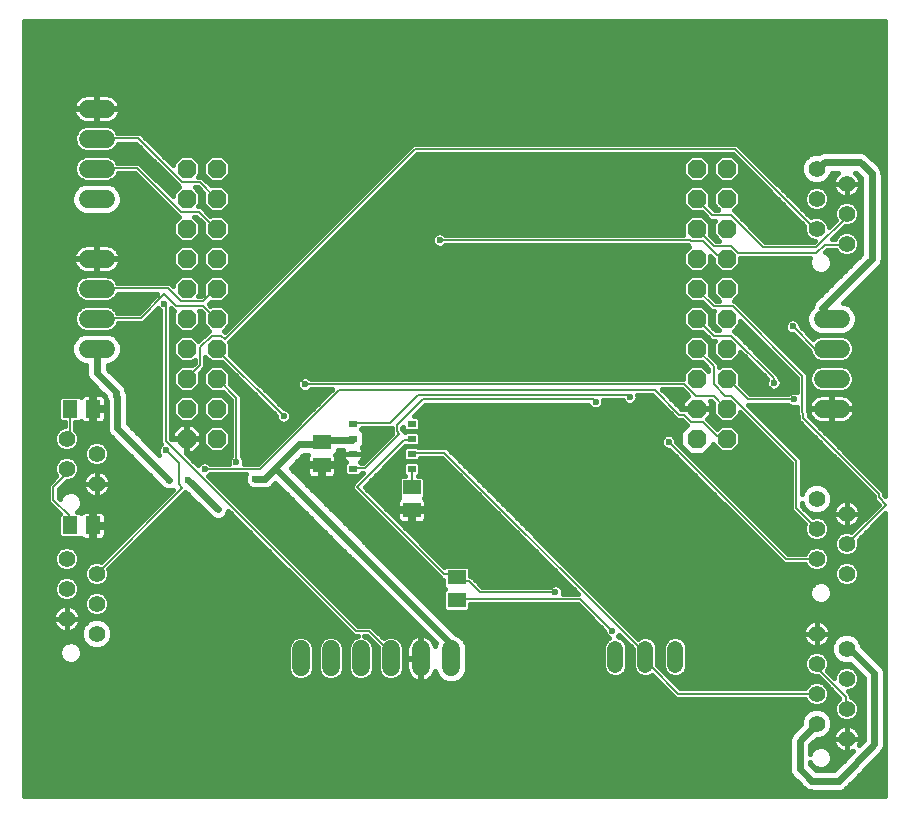
<source format=gbl>
G75*
%MOIN*%
%OFA0B0*%
%FSLAX24Y24*%
%IPPOS*%
%LPD*%
%AMOC8*
5,1,8,0,0,1.08239X$1,22.5*
%
%ADD10OC8,0.0630*%
%ADD11R,0.0300X0.0220*%
%ADD12R,0.0591X0.0512*%
%ADD13C,0.0600*%
%ADD14C,0.0540*%
%ADD15R,0.0630X0.0512*%
%ADD16C,0.0560*%
%ADD17R,0.0512X0.0591*%
%ADD18C,0.0160*%
%ADD19C,0.0236*%
%ADD20C,0.0236*%
%ADD21C,0.0079*%
D10*
X005680Y012816D03*
X006680Y012816D03*
X006680Y013816D03*
X006680Y014816D03*
X005680Y014816D03*
X005680Y013816D03*
X005680Y015816D03*
X006680Y015816D03*
X006680Y016816D03*
X006680Y017816D03*
X005680Y017816D03*
X005680Y016816D03*
X005680Y018816D03*
X006680Y018816D03*
X006680Y019816D03*
X005680Y019816D03*
X005680Y020816D03*
X005680Y021816D03*
X006680Y021816D03*
X006680Y020816D03*
X022680Y020816D03*
X022680Y021816D03*
X023680Y021816D03*
X023680Y020816D03*
X023680Y019816D03*
X022680Y019816D03*
X022680Y018816D03*
X023680Y018816D03*
X023680Y017816D03*
X022680Y017816D03*
X022680Y016816D03*
X023680Y016816D03*
X023680Y015816D03*
X022680Y015816D03*
X022680Y014816D03*
X023680Y014816D03*
X023680Y013816D03*
X022680Y013816D03*
X022680Y012816D03*
X023680Y012816D03*
D11*
X013180Y012816D03*
X013180Y013316D03*
X013180Y012316D03*
X013180Y011816D03*
X011225Y011816D03*
X011225Y012316D03*
X011225Y012816D03*
X011225Y013316D03*
D12*
X010180Y012690D03*
X010180Y011942D03*
X013180Y011190D03*
X013180Y010442D03*
D13*
X013491Y005793D02*
X013491Y005193D01*
X012491Y005193D02*
X012491Y005793D01*
X011491Y005793D02*
X011491Y005193D01*
X010491Y005193D02*
X010491Y005793D01*
X009491Y005793D02*
X009491Y005193D01*
X014491Y005193D02*
X014491Y005793D01*
X002980Y015816D02*
X002380Y015816D01*
X002380Y016816D02*
X002980Y016816D01*
X002980Y017816D02*
X002380Y017816D01*
X002380Y018816D02*
X002980Y018816D01*
X002980Y020816D02*
X002380Y020816D01*
X002380Y021816D02*
X002980Y021816D01*
X002980Y022816D02*
X002380Y022816D01*
X002380Y023816D02*
X002980Y023816D01*
X026880Y016816D02*
X027480Y016816D01*
X027480Y015816D02*
X026880Y015816D01*
X026880Y014816D02*
X027480Y014816D01*
X027480Y013816D02*
X026880Y013816D01*
D14*
X021967Y005814D02*
X021967Y005274D01*
X020967Y005274D02*
X020967Y005814D01*
X019967Y005814D02*
X019967Y005274D01*
D15*
X014680Y007442D03*
X014680Y008190D03*
D16*
X026680Y008816D03*
X026680Y009816D03*
X026680Y010816D03*
X027680Y010316D03*
X027680Y009316D03*
X027680Y008316D03*
X026680Y006316D03*
X026680Y005316D03*
X026680Y004316D03*
X026680Y003316D03*
X027680Y003816D03*
X027680Y004816D03*
X027680Y005816D03*
X027680Y002816D03*
X027680Y019316D03*
X027680Y020316D03*
X027680Y021316D03*
X026680Y021816D03*
X026680Y020816D03*
X026680Y019816D03*
X002680Y012316D03*
X002680Y011316D03*
X001680Y011816D03*
X001680Y012816D03*
X001680Y008816D03*
X001680Y007816D03*
X001680Y006816D03*
X002680Y007316D03*
X002680Y008316D03*
X002680Y006316D03*
D17*
X002554Y009922D03*
X001806Y009922D03*
X001806Y013816D03*
X002554Y013816D03*
D18*
X000264Y026728D02*
X000264Y000900D01*
X028966Y000900D01*
X028966Y010334D01*
X028079Y009447D01*
X028099Y009399D01*
X028099Y009232D01*
X028035Y009078D01*
X027917Y008960D01*
X027763Y008897D01*
X027597Y008897D01*
X027443Y008960D01*
X027325Y009078D01*
X027261Y009232D01*
X027261Y009399D01*
X027325Y009553D01*
X027443Y009671D01*
X027597Y009735D01*
X027763Y009735D01*
X027833Y009706D01*
X028747Y010619D01*
X028689Y010677D01*
X028584Y010781D01*
X028584Y010899D01*
X026169Y013314D01*
X026065Y013419D01*
X026065Y013576D01*
X026025Y013616D01*
X026025Y013885D01*
X025979Y013866D01*
X025877Y013866D01*
X025782Y013905D01*
X025743Y013944D01*
X024390Y013944D01*
X026185Y012149D01*
X026185Y010973D01*
X026241Y011109D01*
X026387Y011254D01*
X026577Y011333D01*
X026783Y011333D01*
X026973Y011254D01*
X027119Y011109D01*
X027197Y010919D01*
X027197Y010713D01*
X027119Y010522D01*
X026973Y010377D01*
X026783Y010298D01*
X026577Y010298D01*
X026387Y010377D01*
X026241Y010522D01*
X026185Y010658D01*
X026185Y010575D01*
X026546Y010214D01*
X026597Y010235D01*
X026763Y010235D01*
X026917Y010171D01*
X027035Y010053D01*
X027099Y009899D01*
X027099Y009732D01*
X027035Y009578D01*
X026917Y009460D01*
X026763Y009397D01*
X026597Y009397D01*
X026443Y009460D01*
X026325Y009578D01*
X026261Y009732D01*
X026261Y009899D01*
X026289Y009966D01*
X025933Y010322D01*
X025828Y010427D01*
X025828Y012002D01*
X024134Y013696D01*
X024134Y013628D01*
X023868Y013362D01*
X023492Y013362D01*
X023226Y013628D01*
X023226Y014004D01*
X023231Y014009D01*
X023177Y014062D01*
X023133Y014062D01*
X023175Y014021D01*
X023175Y013826D01*
X022690Y013826D01*
X022690Y013806D01*
X023175Y013806D01*
X023175Y013611D01*
X023044Y013480D01*
X023373Y013151D01*
X023492Y013270D01*
X023868Y013270D01*
X024134Y013004D01*
X024134Y012628D01*
X023868Y012362D01*
X023492Y012362D01*
X023232Y012621D01*
X023232Y012587D01*
X022909Y012263D01*
X022451Y012263D01*
X022128Y012587D01*
X022128Y013044D01*
X022354Y013271D01*
X022324Y013301D01*
X022193Y013432D01*
X022035Y013432D01*
X021931Y013537D01*
X021208Y014259D01*
X020710Y014259D01*
X020713Y014253D01*
X020713Y014150D01*
X020674Y014056D01*
X020601Y013983D01*
X020507Y013944D01*
X020404Y013944D01*
X020310Y013983D01*
X020238Y014056D01*
X020219Y014102D01*
X019568Y014102D01*
X019571Y014095D01*
X019571Y013993D01*
X019532Y013898D01*
X019460Y013826D01*
X019365Y013787D01*
X019263Y013787D01*
X019168Y013826D01*
X019096Y013898D01*
X019077Y013944D01*
X013640Y013944D01*
X013260Y013565D01*
X013388Y013565D01*
X013469Y013483D01*
X013469Y013148D01*
X013388Y013067D01*
X012972Y013067D01*
X012891Y013148D01*
X012891Y013195D01*
X012878Y013183D01*
X012878Y013134D01*
X012957Y013055D01*
X012957Y013049D01*
X012972Y013065D01*
X013388Y013065D01*
X013469Y012983D01*
X013469Y012648D01*
X013388Y012567D01*
X012972Y012567D01*
X012972Y012567D01*
X011613Y011209D01*
X012731Y010091D01*
X012717Y010116D01*
X012705Y010162D01*
X012705Y010394D01*
X013132Y010394D01*
X013132Y010490D01*
X012705Y010490D01*
X012705Y010721D01*
X012717Y010767D01*
X012741Y010808D01*
X012774Y010842D01*
X012778Y010844D01*
X012746Y010876D01*
X012746Y011503D01*
X012827Y011585D01*
X012954Y011585D01*
X012891Y011648D01*
X012891Y011983D01*
X012972Y012065D01*
X013388Y012065D01*
X013469Y011983D01*
X013469Y011648D01*
X013406Y011585D01*
X013533Y011585D01*
X013614Y011503D01*
X013614Y010876D01*
X013582Y010844D01*
X013586Y010842D01*
X013619Y010808D01*
X013643Y010767D01*
X013655Y010721D01*
X013655Y010490D01*
X013228Y010490D01*
X013228Y010394D01*
X013655Y010394D01*
X013655Y010162D01*
X013643Y010116D01*
X013619Y010075D01*
X013586Y010042D01*
X013545Y010018D01*
X013499Y010006D01*
X013228Y010006D01*
X013228Y010394D01*
X013132Y010394D01*
X013132Y010006D01*
X012861Y010006D01*
X012815Y010018D01*
X012790Y010032D01*
X014273Y008550D01*
X014307Y008585D01*
X015053Y008585D01*
X015134Y008503D01*
X015134Y008238D01*
X015175Y008238D01*
X015280Y008134D01*
X015529Y007884D01*
X017790Y007884D01*
X017830Y007923D01*
X017924Y007963D01*
X018026Y007963D01*
X018121Y007923D01*
X018193Y007851D01*
X018232Y007757D01*
X018232Y007654D01*
X018230Y007648D01*
X018726Y007648D01*
X014201Y012173D01*
X013469Y012173D01*
X013469Y012148D01*
X013388Y012067D01*
X012972Y012067D01*
X012891Y012148D01*
X012891Y012483D01*
X012972Y012565D01*
X013388Y012565D01*
X013423Y012529D01*
X014348Y012529D01*
X020726Y006151D01*
X020736Y006161D01*
X020886Y006223D01*
X021049Y006223D01*
X021199Y006161D01*
X021314Y006046D01*
X021621Y006046D01*
X021558Y005895D01*
X021558Y005193D01*
X021621Y005042D01*
X021736Y004927D01*
X021886Y004865D01*
X022049Y004865D01*
X022199Y004927D01*
X022314Y005042D01*
X022376Y005193D01*
X022376Y005895D01*
X022314Y006046D01*
X026307Y006046D01*
X026287Y006075D02*
X026329Y006016D01*
X026380Y005965D01*
X026439Y005922D01*
X026503Y005889D01*
X026572Y005867D01*
X026644Y005856D01*
X026680Y005856D01*
X026716Y005856D01*
X026788Y005867D01*
X026857Y005889D01*
X026921Y005922D01*
X026980Y005965D01*
X027031Y006016D01*
X027073Y006075D01*
X027106Y006139D01*
X027129Y006208D01*
X027140Y006279D01*
X027140Y006316D01*
X027140Y006352D01*
X027129Y006423D01*
X027106Y006492D01*
X027073Y006557D01*
X027031Y006615D01*
X026980Y006666D01*
X026921Y006709D01*
X026857Y006742D01*
X026788Y006764D01*
X026716Y006776D01*
X026680Y006776D01*
X026644Y006776D01*
X026572Y006764D01*
X026503Y006742D01*
X026439Y006709D01*
X026380Y006666D01*
X026329Y006615D01*
X026287Y006557D01*
X026254Y006492D01*
X026231Y006423D01*
X026220Y006352D01*
X026220Y006316D01*
X026680Y006316D01*
X026680Y006776D01*
X026680Y006316D01*
X026680Y006316D01*
X026680Y006316D01*
X027140Y006316D01*
X026680Y006316D01*
X026680Y006316D01*
X026220Y006316D01*
X026220Y006279D01*
X026231Y006208D01*
X026254Y006139D01*
X026287Y006075D01*
X026232Y006205D02*
X022093Y006205D01*
X022049Y006223D02*
X022199Y006161D01*
X022314Y006046D01*
X022376Y005888D02*
X026509Y005888D01*
X026680Y005888D02*
X026680Y005888D01*
X026680Y005856D02*
X026680Y006316D01*
X026680Y006316D01*
X026680Y005856D01*
X026763Y005735D02*
X026597Y005735D01*
X026443Y005671D01*
X026325Y005553D01*
X026261Y005399D01*
X026261Y005232D01*
X026325Y005078D01*
X026443Y004960D01*
X026597Y004897D01*
X026713Y004897D01*
X026720Y004889D01*
X027441Y004169D01*
X027325Y004053D01*
X027261Y003899D01*
X027261Y003732D01*
X027325Y003578D01*
X027443Y003460D01*
X027597Y003397D01*
X027763Y003397D01*
X027917Y003460D01*
X028035Y003578D01*
X028099Y003732D01*
X028099Y003899D01*
X028035Y004053D01*
X027917Y004171D01*
X027839Y004203D01*
X027839Y004275D01*
X027718Y004397D01*
X027763Y004397D01*
X027917Y004460D01*
X028035Y004578D01*
X028099Y004732D01*
X028099Y004899D01*
X028035Y005053D01*
X027917Y005171D01*
X027763Y005235D01*
X027597Y005235D01*
X027443Y005171D01*
X027325Y005053D01*
X027261Y004899D01*
X027261Y004853D01*
X027035Y005079D01*
X027099Y005232D01*
X027099Y005399D01*
X027035Y005553D01*
X026917Y005671D01*
X026763Y005735D01*
X026777Y005729D02*
X027163Y005729D01*
X027163Y005713D02*
X027241Y005522D01*
X027387Y005377D01*
X027577Y005298D01*
X027783Y005298D01*
X027790Y005301D01*
X028250Y004842D01*
X028250Y002778D01*
X028095Y002617D01*
X028106Y002639D01*
X028129Y002708D01*
X028140Y002779D01*
X028140Y002816D01*
X028140Y002852D01*
X028129Y002923D01*
X028106Y002992D01*
X028073Y003057D01*
X028031Y003115D01*
X027980Y003166D01*
X027921Y003209D01*
X027857Y003242D01*
X027788Y003264D01*
X027716Y003276D01*
X027680Y003276D01*
X027644Y003276D01*
X027572Y003264D01*
X027503Y003242D01*
X027439Y003209D01*
X027380Y003166D01*
X027329Y003115D01*
X027287Y003057D01*
X027254Y002992D01*
X027231Y002923D01*
X027220Y002852D01*
X027220Y002816D01*
X027680Y002816D01*
X027680Y003276D01*
X027680Y002816D01*
X027680Y002816D01*
X027680Y002816D01*
X028140Y002816D01*
X027680Y002816D01*
X027680Y002816D01*
X027220Y002816D01*
X027220Y002779D01*
X027231Y002708D01*
X027254Y002639D01*
X027287Y002575D01*
X027329Y002516D01*
X027380Y002465D01*
X027439Y002422D01*
X027503Y002389D01*
X027572Y002367D01*
X027644Y002356D01*
X027680Y002356D01*
X027716Y002356D01*
X027788Y002367D01*
X027857Y002389D01*
X027895Y002409D01*
X027273Y001762D01*
X026670Y001762D01*
X026469Y001963D01*
X026469Y002044D01*
X026502Y001963D01*
X026609Y001856D01*
X026748Y001799D01*
X026899Y001799D01*
X027039Y001856D01*
X027145Y001963D01*
X027203Y002102D01*
X027203Y002253D01*
X027145Y002393D01*
X027039Y002499D01*
X026899Y002557D01*
X026748Y002557D01*
X026609Y002499D01*
X026502Y002393D01*
X026470Y002315D01*
X026472Y002592D01*
X026679Y002798D01*
X026783Y002798D01*
X026973Y002877D01*
X027119Y003022D01*
X027197Y003213D01*
X027197Y003419D01*
X027119Y003609D01*
X026973Y003754D01*
X026783Y003833D01*
X026577Y003833D01*
X026387Y003754D01*
X026241Y003609D01*
X026163Y003419D01*
X026163Y003287D01*
X025867Y002994D01*
X025817Y002944D01*
X025817Y002944D01*
X025816Y002943D01*
X025789Y002879D01*
X025762Y002814D01*
X025762Y002813D01*
X025762Y002813D01*
X025761Y002743D01*
X025758Y002175D01*
X025757Y002174D01*
X025757Y002104D01*
X025757Y002034D01*
X025757Y002033D01*
X025757Y001745D01*
X025812Y001614D01*
X025912Y001514D01*
X026092Y001334D01*
X026092Y001334D01*
X026097Y001329D01*
X026099Y001323D01*
X026145Y001277D01*
X026199Y001219D01*
X026199Y001218D01*
X026247Y001167D01*
X026295Y001116D01*
X026296Y001116D01*
X026296Y001115D01*
X026360Y001086D01*
X026423Y001057D01*
X026424Y001057D01*
X026425Y001057D01*
X026495Y001055D01*
X026562Y001052D01*
X026566Y001051D01*
X026631Y001051D01*
X026697Y001049D01*
X026702Y001051D01*
X027357Y001051D01*
X027360Y001049D01*
X027428Y001051D01*
X027495Y001051D01*
X027498Y001052D01*
X027502Y001052D01*
X027563Y001079D01*
X027626Y001105D01*
X027628Y001107D01*
X027631Y001109D01*
X027678Y001157D01*
X027726Y001205D01*
X027727Y001208D01*
X028859Y002386D01*
X028907Y002433D01*
X028908Y002436D01*
X028911Y002439D01*
X028935Y002502D01*
X028961Y002564D01*
X028961Y002567D01*
X028962Y002571D01*
X028961Y002638D01*
X028961Y005060D01*
X028907Y005190D01*
X028197Y005899D01*
X028197Y005919D01*
X028119Y006109D01*
X027973Y006254D01*
X027783Y006333D01*
X027577Y006333D01*
X027387Y006254D01*
X027241Y006109D01*
X027163Y005919D01*
X027163Y005713D01*
X027221Y005571D02*
X027018Y005571D01*
X027094Y005412D02*
X027352Y005412D01*
X027099Y005254D02*
X027838Y005254D01*
X027993Y005095D02*
X027996Y005095D01*
X028083Y004937D02*
X028155Y004937D01*
X028099Y004778D02*
X028250Y004778D01*
X028250Y004620D02*
X028052Y004620D01*
X027918Y004461D02*
X028250Y004461D01*
X028250Y004303D02*
X027811Y004303D01*
X027944Y004144D02*
X028250Y004144D01*
X028250Y003986D02*
X028063Y003986D01*
X028099Y003827D02*
X028250Y003827D01*
X028250Y003669D02*
X028073Y003669D01*
X027967Y003510D02*
X028250Y003510D01*
X028250Y003352D02*
X027197Y003352D01*
X027189Y003193D02*
X027417Y003193D01*
X027275Y003035D02*
X027124Y003035D01*
X027224Y002876D02*
X026971Y002876D01*
X027230Y002718D02*
X026598Y002718D01*
X026471Y002559D02*
X027298Y002559D01*
X027137Y002401D02*
X027481Y002401D01*
X027680Y002401D02*
X027680Y002401D01*
X027680Y002356D02*
X027680Y002816D01*
X027680Y002816D01*
X027680Y002356D01*
X027735Y002242D02*
X027203Y002242D01*
X027195Y002084D02*
X027582Y002084D01*
X027430Y001925D02*
X027107Y001925D01*
X027277Y001767D02*
X026665Y001767D01*
X026540Y001925D02*
X026506Y001925D01*
X026510Y002401D02*
X026471Y002401D01*
X025759Y002401D02*
X000264Y002401D01*
X000264Y002559D02*
X025760Y002559D01*
X025761Y002718D02*
X000264Y002718D01*
X000264Y002876D02*
X025788Y002876D01*
X025908Y003035D02*
X000264Y003035D01*
X000264Y003193D02*
X026068Y003193D01*
X026163Y003352D02*
X000264Y003352D01*
X000264Y003510D02*
X026200Y003510D01*
X026301Y003669D02*
X000264Y003669D01*
X000264Y003827D02*
X026563Y003827D01*
X026597Y003897D02*
X026763Y003897D01*
X026917Y003960D01*
X027035Y004078D01*
X027099Y004232D01*
X027099Y004399D01*
X027035Y004553D01*
X026917Y004671D01*
X026763Y004735D01*
X026597Y004735D01*
X026443Y004671D01*
X026325Y004553D01*
X026302Y004498D01*
X022144Y004498D01*
X021376Y005265D01*
X021376Y005895D01*
X021314Y006046D01*
X021376Y005888D02*
X021558Y005888D01*
X021558Y005729D02*
X021376Y005729D01*
X021376Y005571D02*
X021558Y005571D01*
X021558Y005412D02*
X021376Y005412D01*
X021388Y005254D02*
X021558Y005254D01*
X021547Y005095D02*
X021599Y005095D01*
X021705Y004937D02*
X021726Y004937D01*
X021864Y004778D02*
X026831Y004778D01*
X026969Y004620D02*
X026990Y004620D01*
X027073Y004461D02*
X027148Y004461D01*
X027099Y004303D02*
X027307Y004303D01*
X027416Y004144D02*
X027063Y004144D01*
X026943Y003986D02*
X027297Y003986D01*
X027261Y003827D02*
X026797Y003827D01*
X026597Y003897D02*
X026443Y003960D01*
X026325Y004078D01*
X026299Y004141D01*
X021996Y004141D01*
X021204Y004933D01*
X021199Y004927D01*
X021049Y004865D01*
X020886Y004865D01*
X020736Y004927D01*
X020621Y005042D01*
X020558Y005193D01*
X020558Y005815D01*
X020092Y006281D01*
X020083Y006260D01*
X020046Y006223D01*
X020049Y006223D01*
X020199Y006161D01*
X020314Y006046D01*
X020327Y006046D01*
X020314Y006046D02*
X020376Y005895D01*
X020376Y005193D01*
X020314Y005042D01*
X020199Y004927D01*
X020049Y004865D01*
X019886Y004865D01*
X019736Y004927D01*
X019621Y005042D01*
X019558Y005193D01*
X019558Y005895D01*
X019621Y006046D01*
X014968Y006046D01*
X014947Y006097D02*
X014795Y006248D01*
X014698Y006289D01*
X014673Y006314D01*
X014673Y006314D01*
X009147Y011839D01*
X009579Y012271D01*
X009712Y012271D01*
X009717Y012266D01*
X009705Y012221D01*
X009705Y011990D01*
X010132Y011990D01*
X010132Y011894D01*
X009705Y011894D01*
X009705Y011662D01*
X009717Y011616D01*
X009741Y011575D01*
X009774Y011542D01*
X009815Y011518D01*
X009861Y011506D01*
X010132Y011506D01*
X010132Y011894D01*
X010228Y011894D01*
X010228Y011990D01*
X010655Y011990D01*
X010655Y012221D01*
X010643Y012266D01*
X010713Y012335D01*
X010713Y012429D01*
X010895Y012429D01*
X010895Y012316D01*
X011225Y012316D01*
X011225Y012316D01*
X011555Y012316D01*
X011555Y012449D01*
X011543Y012495D01*
X011527Y012522D01*
X011612Y012607D01*
X011612Y013024D01*
X011501Y013135D01*
X011514Y013148D01*
X011514Y013157D01*
X012521Y013157D01*
X012521Y012986D01*
X012526Y012981D01*
X011563Y012018D01*
X011480Y012018D01*
X011454Y012043D01*
X011486Y012062D01*
X011519Y012095D01*
X011543Y012136D01*
X011555Y012182D01*
X011555Y012316D01*
X011225Y012316D01*
X011225Y012316D01*
X010895Y012316D01*
X010895Y012182D01*
X010907Y012136D01*
X010931Y012095D01*
X010964Y012062D01*
X010996Y012043D01*
X010936Y011983D01*
X010936Y011648D01*
X011017Y011567D01*
X011433Y011567D01*
X011514Y011648D01*
X011514Y011661D01*
X011560Y011661D01*
X011287Y011388D01*
X011183Y011283D01*
X011183Y011135D01*
X014096Y008222D01*
X014201Y008118D01*
X014226Y008118D01*
X014226Y007876D01*
X014286Y007816D01*
X014226Y007755D01*
X014226Y007128D01*
X014307Y007047D01*
X015053Y007047D01*
X015134Y007128D01*
X015134Y007291D01*
X018728Y007291D01*
X019608Y006411D01*
X019608Y006355D01*
X019647Y006260D01*
X019719Y006188D01*
X019761Y006171D01*
X019736Y006161D01*
X019621Y006046D01*
X019558Y005888D02*
X015029Y005888D01*
X015029Y005900D02*
X014947Y006097D01*
X014839Y006205D02*
X019703Y006205D01*
X019608Y006363D02*
X014624Y006363D01*
X014465Y006522D02*
X019497Y006522D01*
X019339Y006680D02*
X014307Y006680D01*
X014148Y006839D02*
X019180Y006839D01*
X019022Y006997D02*
X013990Y006997D01*
X013831Y007156D02*
X014226Y007156D01*
X014226Y007314D02*
X013673Y007314D01*
X013514Y007473D02*
X014226Y007473D01*
X014226Y007631D02*
X013356Y007631D01*
X013197Y007790D02*
X014261Y007790D01*
X014226Y007948D02*
X013039Y007948D01*
X012880Y008107D02*
X014226Y008107D01*
X014053Y008265D02*
X012722Y008265D01*
X012563Y008424D02*
X013894Y008424D01*
X013736Y008582D02*
X012405Y008582D01*
X012246Y008741D02*
X013577Y008741D01*
X013419Y008899D02*
X012088Y008899D01*
X011929Y009058D02*
X013260Y009058D01*
X013102Y009216D02*
X011771Y009216D01*
X011612Y009375D02*
X012943Y009375D01*
X012785Y009533D02*
X011454Y009533D01*
X011295Y009692D02*
X012626Y009692D01*
X012468Y009850D02*
X011137Y009850D01*
X010978Y010009D02*
X012309Y010009D01*
X012151Y010167D02*
X010820Y010167D01*
X010661Y010326D02*
X011992Y010326D01*
X011834Y010484D02*
X010503Y010484D01*
X010344Y010643D02*
X011675Y010643D01*
X011517Y010801D02*
X010186Y010801D01*
X010027Y010960D02*
X011358Y010960D01*
X011200Y011118D02*
X009869Y011118D01*
X009710Y011277D02*
X011183Y011277D01*
X011335Y011435D02*
X009552Y011435D01*
X009393Y011594D02*
X009730Y011594D01*
X009705Y011752D02*
X009235Y011752D01*
X009219Y011911D02*
X010132Y011911D01*
X010228Y011911D02*
X010936Y011911D01*
X010936Y011752D02*
X010655Y011752D01*
X010655Y011662D02*
X010655Y011894D01*
X010228Y011894D01*
X010228Y011506D01*
X010499Y011506D01*
X010545Y011518D01*
X010586Y011542D01*
X010619Y011575D01*
X010643Y011616D01*
X010655Y011662D01*
X010630Y011594D02*
X010990Y011594D01*
X011460Y011594D02*
X011493Y011594D01*
X011681Y011277D02*
X012746Y011277D01*
X012746Y011435D02*
X011839Y011435D01*
X011998Y011594D02*
X012945Y011594D01*
X012891Y011752D02*
X012156Y011752D01*
X012315Y011911D02*
X012891Y011911D01*
X012970Y012069D02*
X012473Y012069D01*
X012632Y012228D02*
X012891Y012228D01*
X012891Y012386D02*
X012790Y012386D01*
X012949Y012545D02*
X012952Y012545D01*
X013408Y012545D02*
X021552Y012545D01*
X021537Y012560D02*
X021609Y012487D01*
X021704Y012448D01*
X021760Y012448D01*
X025579Y008629D01*
X026304Y008629D01*
X026325Y008578D01*
X026443Y008460D01*
X026597Y008397D01*
X026763Y008397D01*
X026917Y008460D01*
X027035Y008578D01*
X027099Y008732D01*
X027099Y008899D01*
X027035Y009053D01*
X026917Y009171D01*
X026763Y009235D01*
X026597Y009235D01*
X026443Y009171D01*
X026325Y009053D01*
X026297Y008986D01*
X025726Y008986D01*
X022012Y012701D01*
X022012Y012757D01*
X021973Y012851D01*
X021900Y012923D01*
X021806Y012963D01*
X021704Y012963D01*
X021609Y012923D01*
X021537Y012851D01*
X021498Y012757D01*
X021498Y012654D01*
X021537Y012560D01*
X021498Y012703D02*
X013469Y012703D01*
X013469Y012862D02*
X021547Y012862D01*
X021962Y012862D02*
X022128Y012862D01*
X022128Y013020D02*
X013432Y013020D01*
X013469Y013179D02*
X022262Y013179D01*
X022288Y013337D02*
X013469Y013337D01*
X013457Y013496D02*
X021972Y013496D01*
X021814Y013654D02*
X013350Y013654D01*
X013508Y013813D02*
X019200Y013813D01*
X019427Y013813D02*
X021655Y013813D01*
X021497Y013971D02*
X020572Y013971D01*
X020704Y014130D02*
X021338Y014130D01*
X021526Y014447D02*
X022202Y014447D01*
X022193Y014456D02*
X021516Y014456D01*
X022183Y013789D01*
X022185Y013789D01*
X022185Y013806D01*
X022670Y013806D01*
X022670Y013826D01*
X022185Y013826D01*
X022185Y014021D01*
X022407Y014242D01*
X022193Y014456D01*
X022361Y014288D02*
X021684Y014288D01*
X021843Y014130D02*
X022294Y014130D01*
X022185Y013971D02*
X022001Y013971D01*
X022160Y013813D02*
X022670Y013813D01*
X022690Y013813D02*
X023226Y013813D01*
X023226Y013971D02*
X023175Y013971D01*
X023175Y013654D02*
X023226Y013654D01*
X023358Y013496D02*
X023060Y013496D01*
X023186Y013337D02*
X024493Y013337D01*
X024651Y013179D02*
X023959Y013179D01*
X024118Y013020D02*
X024810Y013020D01*
X024968Y012862D02*
X024134Y012862D01*
X024134Y012703D02*
X025127Y012703D01*
X025285Y012545D02*
X024051Y012545D01*
X023893Y012386D02*
X025444Y012386D01*
X025602Y012228D02*
X022485Y012228D01*
X022328Y012386D02*
X022326Y012386D01*
X022170Y012545D02*
X022168Y012545D01*
X022128Y012703D02*
X022012Y012703D01*
X021822Y012386D02*
X014492Y012386D01*
X014650Y012228D02*
X021980Y012228D01*
X022139Y012069D02*
X014809Y012069D01*
X014967Y011911D02*
X022297Y011911D01*
X022456Y011752D02*
X015126Y011752D01*
X015284Y011594D02*
X022614Y011594D01*
X022773Y011435D02*
X015443Y011435D01*
X015601Y011277D02*
X022931Y011277D01*
X023090Y011118D02*
X015760Y011118D01*
X015918Y010960D02*
X023248Y010960D01*
X023407Y010801D02*
X016077Y010801D01*
X016235Y010643D02*
X023565Y010643D01*
X023724Y010484D02*
X016394Y010484D01*
X016552Y010326D02*
X023882Y010326D01*
X024041Y010167D02*
X016711Y010167D01*
X016869Y010009D02*
X024199Y010009D01*
X024358Y009850D02*
X017028Y009850D01*
X017186Y009692D02*
X024516Y009692D01*
X024675Y009533D02*
X017345Y009533D01*
X017503Y009375D02*
X024833Y009375D01*
X024992Y009216D02*
X017662Y009216D01*
X017820Y009058D02*
X025150Y009058D01*
X025309Y008899D02*
X017979Y008899D01*
X018137Y008741D02*
X025467Y008741D01*
X025655Y009058D02*
X026329Y009058D01*
X026552Y009216D02*
X025496Y009216D01*
X025338Y009375D02*
X027261Y009375D01*
X027268Y009216D02*
X026808Y009216D01*
X027031Y009058D02*
X027345Y009058D01*
X027099Y008899D02*
X027590Y008899D01*
X027597Y008735D02*
X027443Y008671D01*
X027325Y008553D01*
X027261Y008399D01*
X027261Y008232D01*
X027325Y008078D01*
X027443Y007960D01*
X027597Y007897D01*
X027763Y007897D01*
X027917Y007960D01*
X028035Y008078D01*
X028099Y008232D01*
X028099Y008399D01*
X028035Y008553D01*
X027917Y008671D01*
X027763Y008735D01*
X027597Y008735D01*
X027770Y008899D02*
X028966Y008899D01*
X028966Y008741D02*
X027099Y008741D01*
X027037Y008582D02*
X027354Y008582D01*
X027271Y008424D02*
X026829Y008424D01*
X026531Y008424D02*
X018454Y008424D01*
X018296Y008582D02*
X026323Y008582D01*
X026609Y007999D02*
X026502Y007893D01*
X026444Y007753D01*
X026444Y007602D01*
X026502Y007463D01*
X026609Y007356D01*
X026748Y007299D01*
X026899Y007299D01*
X027039Y007356D01*
X027145Y007463D01*
X027203Y007602D01*
X027203Y007753D01*
X027145Y007893D01*
X027039Y007999D01*
X026899Y008057D01*
X026748Y008057D01*
X026609Y007999D01*
X026558Y007948D02*
X018930Y007948D01*
X019088Y007790D02*
X026460Y007790D01*
X026444Y007631D02*
X019247Y007631D01*
X019405Y007473D02*
X026498Y007473D01*
X026711Y007314D02*
X019564Y007314D01*
X019722Y007156D02*
X028966Y007156D01*
X028966Y007314D02*
X026937Y007314D01*
X027149Y007473D02*
X028966Y007473D01*
X028966Y007631D02*
X027203Y007631D01*
X027188Y007790D02*
X028966Y007790D01*
X028966Y007948D02*
X027888Y007948D01*
X028047Y008107D02*
X028966Y008107D01*
X028966Y008265D02*
X028099Y008265D01*
X028089Y008424D02*
X028966Y008424D01*
X028966Y008582D02*
X028006Y008582D01*
X028015Y009058D02*
X028966Y009058D01*
X028966Y009216D02*
X028092Y009216D01*
X028099Y009375D02*
X028966Y009375D01*
X028966Y009533D02*
X028166Y009533D01*
X028324Y009692D02*
X028966Y009692D01*
X028966Y009850D02*
X028483Y009850D01*
X028641Y010009D02*
X028966Y010009D01*
X028966Y010167D02*
X028800Y010167D01*
X028958Y010326D02*
X028966Y010326D01*
X028612Y010484D02*
X028109Y010484D01*
X028106Y010492D02*
X028073Y010557D01*
X028031Y010615D01*
X027980Y010666D01*
X027921Y010709D01*
X027857Y010742D01*
X027788Y010764D01*
X027716Y010776D01*
X027680Y010776D01*
X027644Y010776D01*
X027572Y010764D01*
X027503Y010742D01*
X027439Y010709D01*
X027380Y010666D01*
X027329Y010615D01*
X027287Y010557D01*
X027254Y010492D01*
X027231Y010423D01*
X027220Y010352D01*
X027220Y010316D01*
X027680Y010316D01*
X027680Y010776D01*
X027680Y010316D01*
X027680Y010316D01*
X027680Y010316D01*
X028140Y010316D01*
X028140Y010352D01*
X028129Y010423D01*
X028106Y010492D01*
X028140Y010326D02*
X028453Y010326D01*
X028295Y010167D02*
X028115Y010167D01*
X028106Y010139D02*
X028129Y010208D01*
X028140Y010279D01*
X028140Y010316D01*
X027680Y010316D01*
X027680Y010316D01*
X027220Y010316D01*
X027220Y010279D01*
X027231Y010208D01*
X027254Y010139D01*
X027287Y010075D01*
X027329Y010016D01*
X027380Y009965D01*
X027439Y009922D01*
X027503Y009889D01*
X027572Y009867D01*
X027644Y009856D01*
X027680Y009856D01*
X027716Y009856D01*
X027788Y009867D01*
X027857Y009889D01*
X027921Y009922D01*
X027980Y009965D01*
X028031Y010016D01*
X028073Y010075D01*
X028106Y010139D01*
X028136Y010009D02*
X028024Y010009D01*
X027978Y009850D02*
X027099Y009850D01*
X027082Y009692D02*
X027493Y009692D01*
X027317Y009533D02*
X026990Y009533D01*
X027054Y010009D02*
X027336Y010009D01*
X027245Y010167D02*
X026921Y010167D01*
X026849Y010326D02*
X027220Y010326D01*
X027251Y010484D02*
X027080Y010484D01*
X027168Y010643D02*
X027356Y010643D01*
X027197Y010801D02*
X028584Y010801D01*
X028524Y010960D02*
X027180Y010960D01*
X027109Y011118D02*
X028365Y011118D01*
X028207Y011277D02*
X026919Y011277D01*
X026441Y011277D02*
X026185Y011277D01*
X026185Y011435D02*
X028048Y011435D01*
X027890Y011594D02*
X026185Y011594D01*
X026185Y011752D02*
X027731Y011752D01*
X027573Y011911D02*
X026185Y011911D01*
X026185Y012069D02*
X027414Y012069D01*
X027256Y012228D02*
X026107Y012228D01*
X025948Y012386D02*
X027097Y012386D01*
X026939Y012545D02*
X025790Y012545D01*
X025631Y012703D02*
X026780Y012703D01*
X026622Y012862D02*
X025473Y012862D01*
X025314Y013020D02*
X026463Y013020D01*
X026305Y013179D02*
X025156Y013179D01*
X024997Y013337D02*
X026146Y013337D01*
X026065Y013496D02*
X024839Y013496D01*
X024680Y013654D02*
X026025Y013654D01*
X026025Y013813D02*
X024522Y013813D01*
X024176Y013654D02*
X024134Y013654D01*
X024002Y013496D02*
X024334Y013496D01*
X024467Y014301D02*
X024134Y014634D01*
X024134Y015004D01*
X023868Y015270D01*
X023492Y015270D01*
X023429Y015207D01*
X023429Y015299D01*
X023117Y015611D01*
X023134Y015628D01*
X023134Y016004D01*
X022868Y016270D01*
X022492Y016270D01*
X022226Y016004D01*
X022226Y015628D01*
X022492Y015362D01*
X022862Y015362D01*
X023072Y015151D01*
X023072Y015065D01*
X022868Y015270D01*
X022492Y015270D01*
X022226Y015004D01*
X022226Y014813D01*
X009814Y014813D01*
X009774Y014853D01*
X009680Y014892D01*
X009578Y014892D01*
X009483Y014853D01*
X009411Y014780D01*
X009372Y014686D01*
X009372Y014583D01*
X009411Y014489D01*
X009483Y014417D01*
X009578Y014377D01*
X009680Y014377D01*
X009774Y014417D01*
X009814Y014456D01*
X010537Y014456D01*
X008059Y011978D01*
X007600Y011978D01*
X007603Y011985D01*
X007603Y012087D01*
X007563Y012182D01*
X007524Y012221D01*
X007524Y014236D01*
X007133Y014627D01*
X007134Y014628D01*
X007134Y015004D01*
X006868Y015270D01*
X006492Y015270D01*
X006226Y015004D01*
X006226Y014628D01*
X006492Y014362D01*
X006868Y014362D01*
X006881Y014374D01*
X007167Y014088D01*
X007167Y012221D01*
X007127Y012182D01*
X007088Y012087D01*
X007088Y011985D01*
X007091Y011978D01*
X006468Y011978D01*
X006428Y012018D01*
X006334Y012057D01*
X006231Y012057D01*
X006137Y012018D01*
X006064Y011946D01*
X006056Y011925D01*
X005660Y012321D01*
X005670Y012321D01*
X005670Y012806D01*
X005185Y012806D01*
X005185Y012795D01*
X005162Y012819D01*
X005162Y017157D01*
X005264Y017055D01*
X005277Y017055D01*
X005226Y017004D01*
X005226Y016628D01*
X005492Y016362D01*
X005868Y016362D01*
X006134Y016628D01*
X006134Y017004D01*
X006083Y017055D01*
X006169Y017055D01*
X006226Y016998D01*
X006226Y016628D01*
X006436Y016418D01*
X006078Y016060D01*
X005868Y016270D01*
X005492Y016270D01*
X005226Y016004D01*
X005226Y015628D01*
X005492Y015362D01*
X005868Y015362D01*
X005946Y015440D01*
X005946Y015338D01*
X005873Y015265D01*
X005868Y015270D01*
X005492Y015270D01*
X005226Y015004D01*
X005226Y014628D01*
X005492Y014362D01*
X005868Y014362D01*
X006134Y014628D01*
X006134Y015004D01*
X006125Y015012D01*
X006303Y015191D01*
X006303Y015550D01*
X006492Y015362D01*
X006868Y015362D01*
X006873Y015366D01*
X008663Y013576D01*
X008663Y013520D01*
X008702Y013426D01*
X008774Y013354D01*
X008869Y013314D01*
X008971Y013314D01*
X009066Y013354D01*
X009138Y013426D01*
X009177Y013520D01*
X009177Y013623D01*
X009138Y013717D01*
X009066Y013790D01*
X008971Y013829D01*
X008915Y013829D01*
X007125Y015619D01*
X007134Y015628D01*
X007134Y016004D01*
X007106Y016032D01*
X022254Y016032D01*
X022226Y015873D02*
X007134Y015873D01*
X007134Y015715D02*
X022226Y015715D01*
X022297Y015556D02*
X007188Y015556D01*
X007346Y015398D02*
X022456Y015398D01*
X022461Y015239D02*
X007505Y015239D01*
X007663Y015081D02*
X022303Y015081D01*
X022226Y014922D02*
X007822Y014922D01*
X007980Y014764D02*
X009404Y014764D01*
X009372Y014605D02*
X008139Y014605D01*
X008297Y014447D02*
X009453Y014447D01*
X009805Y014447D02*
X010527Y014447D01*
X010369Y014288D02*
X008456Y014288D01*
X008614Y014130D02*
X010210Y014130D01*
X010052Y013971D02*
X008773Y013971D01*
X009010Y013813D02*
X009893Y013813D01*
X009735Y013654D02*
X009164Y013654D01*
X009167Y013496D02*
X009576Y013496D01*
X009418Y013337D02*
X009026Y013337D01*
X008814Y013337D02*
X007524Y013337D01*
X007524Y013179D02*
X009259Y013179D01*
X009101Y013020D02*
X007524Y013020D01*
X007524Y012862D02*
X008942Y012862D01*
X008784Y012703D02*
X007524Y012703D01*
X007524Y012545D02*
X008625Y012545D01*
X008467Y012386D02*
X007524Y012386D01*
X007524Y012228D02*
X008308Y012228D01*
X008150Y012069D02*
X007603Y012069D01*
X007647Y011621D02*
X007620Y011556D01*
X007620Y011414D01*
X007674Y011283D01*
X007774Y011183D01*
X007905Y011129D01*
X008361Y011129D01*
X008492Y011183D01*
X008645Y011336D01*
X013991Y005990D01*
X013958Y005910D01*
X013936Y005977D01*
X013902Y006044D01*
X013857Y006105D01*
X013804Y006159D01*
X013743Y006203D01*
X013675Y006238D01*
X013603Y006261D01*
X013529Y006273D01*
X013511Y006273D01*
X013511Y005513D01*
X013471Y005513D01*
X013471Y006273D01*
X013453Y006273D01*
X013379Y006261D01*
X013307Y006238D01*
X013239Y006203D01*
X013178Y006159D01*
X013125Y006105D01*
X013080Y006044D01*
X013046Y005977D01*
X013023Y005905D01*
X013011Y005831D01*
X013011Y005513D01*
X013471Y005513D01*
X013471Y005473D01*
X013011Y005473D01*
X013011Y005155D01*
X013023Y005080D01*
X013046Y005009D01*
X013080Y004941D01*
X013125Y004880D01*
X013178Y004827D01*
X013239Y004782D01*
X013307Y004748D01*
X013379Y004725D01*
X013453Y004713D01*
X013471Y004713D01*
X013471Y005473D01*
X013511Y005473D01*
X013511Y004713D01*
X013529Y004713D01*
X013603Y004725D01*
X013675Y004748D01*
X013743Y004782D01*
X013804Y004827D01*
X013857Y004880D01*
X013902Y004941D01*
X013936Y005009D01*
X013958Y005076D01*
X014035Y004888D01*
X014187Y004737D01*
X014384Y004655D01*
X014598Y004655D01*
X014795Y004737D01*
X014947Y004888D01*
X015029Y005086D01*
X015029Y005900D01*
X015029Y005729D02*
X019558Y005729D01*
X019558Y005571D02*
X015029Y005571D01*
X015029Y005412D02*
X019558Y005412D01*
X019558Y005254D02*
X015029Y005254D01*
X015029Y005095D02*
X019599Y005095D01*
X019726Y004937D02*
X014967Y004937D01*
X014836Y004778D02*
X021359Y004778D01*
X021517Y004620D02*
X000264Y004620D01*
X000264Y004778D02*
X009345Y004778D01*
X009404Y004754D02*
X009242Y004821D01*
X009119Y004944D01*
X009052Y005105D01*
X009052Y005880D01*
X009119Y006041D01*
X009242Y006165D01*
X009404Y006232D01*
X009578Y006232D01*
X009740Y006165D01*
X009863Y006041D01*
X009930Y005880D01*
X009930Y005105D01*
X009863Y004944D01*
X009740Y004821D01*
X009578Y004754D01*
X009404Y004754D01*
X009637Y004778D02*
X010345Y004778D01*
X010404Y004754D02*
X010578Y004754D01*
X010740Y004821D01*
X010863Y004944D01*
X010930Y005105D01*
X010930Y005880D01*
X010863Y006041D01*
X010740Y006165D01*
X010578Y006232D01*
X010404Y006232D01*
X010242Y006165D01*
X010119Y006041D01*
X010052Y005880D01*
X010052Y005105D01*
X010119Y004944D01*
X010242Y004821D01*
X010404Y004754D01*
X010637Y004778D02*
X011345Y004778D01*
X011404Y004754D02*
X011578Y004754D01*
X011740Y004821D01*
X011863Y004944D01*
X011930Y005105D01*
X011930Y005880D01*
X011863Y006041D01*
X011740Y006165D01*
X011588Y006228D01*
X011681Y006228D01*
X012052Y005857D01*
X012052Y005105D01*
X012119Y004944D01*
X012242Y004821D01*
X012404Y004754D01*
X012578Y004754D01*
X012740Y004821D01*
X012863Y004944D01*
X012930Y005105D01*
X012930Y005880D01*
X012863Y006041D01*
X012740Y006165D01*
X012578Y006232D01*
X012404Y006232D01*
X012247Y006167D01*
X011933Y006480D01*
X011829Y006585D01*
X011396Y006585D01*
X006407Y011573D01*
X006428Y011582D01*
X006468Y011621D01*
X007647Y011621D01*
X007635Y011594D02*
X006440Y011594D01*
X006545Y011435D02*
X007620Y011435D01*
X007681Y011277D02*
X006704Y011277D01*
X006862Y011118D02*
X008863Y011118D01*
X009021Y010960D02*
X007021Y010960D01*
X007179Y010801D02*
X009180Y010801D01*
X009338Y010643D02*
X007338Y010643D01*
X007496Y010484D02*
X009497Y010484D01*
X009655Y010326D02*
X007655Y010326D01*
X007813Y010167D02*
X009814Y010167D01*
X009972Y010009D02*
X007972Y010009D01*
X008130Y009850D02*
X010131Y009850D01*
X010289Y009692D02*
X008289Y009692D01*
X008447Y009533D02*
X010448Y009533D01*
X010606Y009375D02*
X008606Y009375D01*
X008764Y009216D02*
X010765Y009216D01*
X010923Y009058D02*
X008923Y009058D01*
X009081Y008899D02*
X011082Y008899D01*
X011240Y008741D02*
X009240Y008741D01*
X009398Y008582D02*
X011399Y008582D01*
X011557Y008424D02*
X009557Y008424D01*
X009715Y008265D02*
X011716Y008265D01*
X011874Y008107D02*
X009874Y008107D01*
X010032Y007948D02*
X012033Y007948D01*
X012191Y007790D02*
X010191Y007790D01*
X010349Y007631D02*
X012350Y007631D01*
X012508Y007473D02*
X010508Y007473D01*
X010666Y007314D02*
X012667Y007314D01*
X012825Y007156D02*
X010825Y007156D01*
X010983Y006997D02*
X012984Y006997D01*
X013142Y006839D02*
X011142Y006839D01*
X011300Y006680D02*
X013301Y006680D01*
X013459Y006522D02*
X011892Y006522D01*
X012050Y006363D02*
X013618Y006363D01*
X013511Y006205D02*
X013471Y006205D01*
X013471Y006046D02*
X013511Y006046D01*
X013511Y005888D02*
X013471Y005888D01*
X013471Y005729D02*
X013511Y005729D01*
X013511Y005571D02*
X013471Y005571D01*
X013471Y005412D02*
X013511Y005412D01*
X013511Y005254D02*
X013471Y005254D01*
X013471Y005095D02*
X013511Y005095D01*
X013511Y004937D02*
X013471Y004937D01*
X013471Y004778D02*
X013511Y004778D01*
X013734Y004778D02*
X014146Y004778D01*
X014015Y004937D02*
X013898Y004937D01*
X013248Y004778D02*
X012637Y004778D01*
X012856Y004937D02*
X013084Y004937D01*
X013021Y005095D02*
X012926Y005095D01*
X012930Y005254D02*
X013011Y005254D01*
X013011Y005412D02*
X012930Y005412D01*
X012930Y005571D02*
X013011Y005571D01*
X013011Y005729D02*
X012930Y005729D01*
X012927Y005888D02*
X013020Y005888D01*
X013082Y006046D02*
X012859Y006046D01*
X012644Y006205D02*
X013242Y006205D01*
X013740Y006205D02*
X013776Y006205D01*
X013900Y006046D02*
X013935Y006046D01*
X015134Y007156D02*
X018863Y007156D01*
X018584Y007790D02*
X018219Y007790D01*
X018061Y007948D02*
X018425Y007948D01*
X018267Y008107D02*
X015307Y008107D01*
X015465Y007948D02*
X017889Y007948D01*
X018108Y008265D02*
X015134Y008265D01*
X015134Y008424D02*
X017950Y008424D01*
X017791Y008582D02*
X015055Y008582D01*
X014305Y008582D02*
X014241Y008582D01*
X014082Y008741D02*
X017633Y008741D01*
X017474Y008899D02*
X013924Y008899D01*
X013765Y009058D02*
X017316Y009058D01*
X017157Y009216D02*
X013607Y009216D01*
X013448Y009375D02*
X016999Y009375D01*
X016840Y009533D02*
X013290Y009533D01*
X013131Y009692D02*
X016682Y009692D01*
X016523Y009850D02*
X012973Y009850D01*
X012850Y010009D02*
X012814Y010009D01*
X012705Y010167D02*
X012656Y010167D01*
X012705Y010326D02*
X012497Y010326D01*
X012339Y010484D02*
X013132Y010484D01*
X013228Y010484D02*
X015889Y010484D01*
X016048Y010326D02*
X013655Y010326D01*
X013655Y010167D02*
X016206Y010167D01*
X016365Y010009D02*
X013510Y010009D01*
X013228Y010009D02*
X013132Y010009D01*
X013132Y010167D02*
X013228Y010167D01*
X013228Y010326D02*
X013132Y010326D01*
X012705Y010643D02*
X012180Y010643D01*
X012022Y010801D02*
X012737Y010801D01*
X012746Y010960D02*
X011863Y010960D01*
X011705Y011118D02*
X012746Y011118D01*
X013415Y011594D02*
X014780Y011594D01*
X014938Y011435D02*
X013614Y011435D01*
X013614Y011277D02*
X015097Y011277D01*
X015255Y011118D02*
X013614Y011118D01*
X013614Y010960D02*
X015414Y010960D01*
X015572Y010801D02*
X013623Y010801D01*
X013655Y010643D02*
X015731Y010643D01*
X014621Y011752D02*
X013469Y011752D01*
X013469Y011911D02*
X014463Y011911D01*
X014304Y012069D02*
X013390Y012069D01*
X012407Y012862D02*
X011612Y012862D01*
X011612Y013020D02*
X012521Y013020D01*
X012878Y013179D02*
X012891Y013179D01*
X012248Y012703D02*
X011612Y012703D01*
X011550Y012545D02*
X012090Y012545D01*
X011931Y012386D02*
X011555Y012386D01*
X011555Y012228D02*
X011773Y012228D01*
X011614Y012069D02*
X011493Y012069D01*
X010957Y012069D02*
X010655Y012069D01*
X010654Y012228D02*
X010895Y012228D01*
X010895Y012386D02*
X010713Y012386D01*
X010228Y011752D02*
X010132Y011752D01*
X010132Y011594D02*
X010228Y011594D01*
X009705Y012069D02*
X009377Y012069D01*
X009536Y012228D02*
X009706Y012228D01*
X008704Y011277D02*
X008585Y011277D01*
X007467Y010009D02*
X004625Y010009D01*
X004784Y010167D02*
X006507Y010167D01*
X006514Y010160D02*
X006645Y010106D01*
X006786Y010106D01*
X006917Y010160D01*
X007017Y010260D01*
X007071Y010391D01*
X007071Y010405D01*
X011248Y006228D01*
X011394Y006228D01*
X011242Y006165D01*
X011119Y006041D01*
X011052Y005880D01*
X011052Y005105D01*
X011119Y004944D01*
X011242Y004821D01*
X011404Y004754D01*
X011637Y004778D02*
X012345Y004778D01*
X012126Y004937D02*
X011856Y004937D01*
X011926Y005095D02*
X012056Y005095D01*
X012052Y005254D02*
X011930Y005254D01*
X011930Y005412D02*
X012052Y005412D01*
X012052Y005571D02*
X011930Y005571D01*
X011930Y005729D02*
X012052Y005729D01*
X012021Y005888D02*
X011927Y005888D01*
X011863Y006046D02*
X011859Y006046D01*
X011704Y006205D02*
X011644Y006205D01*
X011338Y006205D02*
X010644Y006205D01*
X010859Y006046D02*
X011123Y006046D01*
X011055Y005888D02*
X010927Y005888D01*
X010930Y005729D02*
X011052Y005729D01*
X011052Y005571D02*
X010930Y005571D01*
X010930Y005412D02*
X011052Y005412D01*
X011052Y005254D02*
X010930Y005254D01*
X010926Y005095D02*
X011056Y005095D01*
X011126Y004937D02*
X010856Y004937D01*
X010126Y004937D02*
X009856Y004937D01*
X009926Y005095D02*
X010056Y005095D01*
X010052Y005254D02*
X009930Y005254D01*
X009930Y005412D02*
X010052Y005412D01*
X010052Y005571D02*
X009930Y005571D01*
X009930Y005729D02*
X010052Y005729D01*
X010055Y005888D02*
X009927Y005888D01*
X009859Y006046D02*
X010123Y006046D01*
X010338Y006205D02*
X009644Y006205D01*
X009338Y006205D02*
X003194Y006205D01*
X003197Y006213D02*
X003119Y006022D01*
X002973Y005877D01*
X002783Y005798D01*
X002577Y005798D01*
X002387Y005877D01*
X002241Y006022D01*
X002163Y006213D01*
X002163Y006419D01*
X002241Y006609D01*
X002387Y006754D01*
X002577Y006833D01*
X002783Y006833D01*
X002973Y006754D01*
X003119Y006609D01*
X003197Y006419D01*
X003197Y006213D01*
X003197Y006363D02*
X011112Y006363D01*
X010954Y006522D02*
X003155Y006522D01*
X003047Y006680D02*
X010795Y006680D01*
X010637Y006839D02*
X002140Y006839D01*
X002140Y006852D02*
X002129Y006923D01*
X002106Y006992D01*
X002073Y007057D01*
X002031Y007115D01*
X001980Y007166D01*
X001921Y007209D01*
X001857Y007242D01*
X001788Y007264D01*
X001716Y007276D01*
X001680Y007276D01*
X001644Y007276D01*
X001572Y007264D01*
X001503Y007242D01*
X001439Y007209D01*
X001380Y007166D01*
X001329Y007115D01*
X001287Y007057D01*
X001254Y006992D01*
X001231Y006923D01*
X001220Y006852D01*
X001220Y006816D01*
X001680Y006816D01*
X001680Y007276D01*
X001680Y006816D01*
X001680Y006816D01*
X001680Y006816D01*
X002140Y006816D01*
X002140Y006852D01*
X002140Y006816D02*
X001680Y006816D01*
X001680Y006816D01*
X001220Y006816D01*
X001220Y006779D01*
X001231Y006708D01*
X001254Y006639D01*
X001287Y006575D01*
X001329Y006516D01*
X001380Y006465D01*
X001439Y006422D01*
X001503Y006389D01*
X001572Y006367D01*
X001644Y006356D01*
X001680Y006356D01*
X001716Y006356D01*
X001788Y006367D01*
X001857Y006389D01*
X001921Y006422D01*
X001980Y006465D01*
X002031Y006516D01*
X002073Y006575D01*
X002106Y006639D01*
X002129Y006708D01*
X002140Y006779D01*
X002140Y006816D01*
X002120Y006680D02*
X002313Y006680D01*
X002205Y006522D02*
X002035Y006522D01*
X002163Y006363D02*
X001764Y006363D01*
X001680Y006363D02*
X001680Y006363D01*
X001680Y006356D02*
X001680Y006816D01*
X001680Y006816D01*
X001680Y006356D01*
X001596Y006363D02*
X000264Y006363D01*
X000264Y006205D02*
X002166Y006205D01*
X002232Y006046D02*
X001925Y006046D01*
X001899Y006057D02*
X001748Y006057D01*
X001609Y005999D01*
X001502Y005893D01*
X001444Y005753D01*
X001444Y005602D01*
X001502Y005463D01*
X001609Y005356D01*
X001748Y005299D01*
X001899Y005299D01*
X002039Y005356D01*
X002145Y005463D01*
X002203Y005602D01*
X002203Y005753D01*
X002145Y005893D01*
X002039Y005999D01*
X001899Y006057D01*
X001722Y006046D02*
X000264Y006046D01*
X000264Y005888D02*
X001500Y005888D01*
X001444Y005729D02*
X000264Y005729D01*
X000264Y005571D02*
X001458Y005571D01*
X001553Y005412D02*
X000264Y005412D01*
X000264Y005254D02*
X009052Y005254D01*
X009052Y005412D02*
X002094Y005412D01*
X002190Y005571D02*
X009052Y005571D01*
X009052Y005729D02*
X002203Y005729D01*
X002147Y005888D02*
X002376Y005888D01*
X002984Y005888D02*
X009055Y005888D01*
X009123Y006046D02*
X003128Y006046D01*
X002763Y006897D02*
X002597Y006897D01*
X002443Y006960D01*
X002325Y007078D01*
X002261Y007232D01*
X002261Y007399D01*
X002325Y007553D01*
X002443Y007671D01*
X002597Y007735D01*
X002763Y007735D01*
X002917Y007671D01*
X003035Y007553D01*
X003099Y007399D01*
X003099Y007232D01*
X003035Y007078D01*
X002917Y006960D01*
X002763Y006897D01*
X002954Y006997D02*
X010478Y006997D01*
X010320Y007156D02*
X003067Y007156D01*
X003099Y007314D02*
X010161Y007314D01*
X010003Y007473D02*
X003069Y007473D01*
X002957Y007631D02*
X009844Y007631D01*
X009686Y007790D02*
X002099Y007790D01*
X002099Y007732D02*
X002035Y007578D01*
X001917Y007460D01*
X001763Y007397D01*
X001597Y007397D01*
X001443Y007460D01*
X001325Y007578D01*
X001261Y007732D01*
X001261Y007899D01*
X001325Y008053D01*
X001443Y008171D01*
X001597Y008235D01*
X001763Y008235D01*
X001917Y008171D01*
X002035Y008053D01*
X002099Y007899D01*
X002099Y007732D01*
X002057Y007631D02*
X002403Y007631D01*
X002291Y007473D02*
X001930Y007473D01*
X001991Y007156D02*
X002293Y007156D01*
X002261Y007314D02*
X000264Y007314D01*
X000264Y007156D02*
X001369Y007156D01*
X001256Y006997D02*
X000264Y006997D01*
X000264Y006839D02*
X001220Y006839D01*
X001240Y006680D02*
X000264Y006680D01*
X000264Y006522D02*
X001325Y006522D01*
X001680Y006522D02*
X001680Y006522D01*
X001680Y006680D02*
X001680Y006680D01*
X001680Y006839D02*
X001680Y006839D01*
X001680Y006997D02*
X001680Y006997D01*
X001680Y007156D02*
X001680Y007156D01*
X001430Y007473D02*
X000264Y007473D01*
X000264Y007631D02*
X001303Y007631D01*
X001261Y007790D02*
X000264Y007790D01*
X000264Y007948D02*
X001281Y007948D01*
X001378Y008107D02*
X000264Y008107D01*
X000264Y008265D02*
X002261Y008265D01*
X002261Y008232D02*
X002325Y008078D01*
X002443Y007960D01*
X002597Y007897D01*
X002763Y007897D01*
X002917Y007960D01*
X003035Y008078D01*
X003099Y008232D01*
X003099Y008399D01*
X003075Y008458D01*
X005608Y010992D01*
X005645Y011029D01*
X006414Y010260D01*
X006414Y010260D01*
X006514Y010160D01*
X006348Y010326D02*
X004942Y010326D01*
X005101Y010484D02*
X006190Y010484D01*
X006031Y010643D02*
X005259Y010643D01*
X005418Y010801D02*
X005873Y010801D01*
X005714Y010960D02*
X005576Y010960D01*
X005223Y011111D02*
X002822Y008710D01*
X002763Y008735D01*
X002597Y008735D01*
X002443Y008671D01*
X002325Y008553D01*
X002261Y008399D01*
X002261Y008232D01*
X002313Y008107D02*
X001982Y008107D01*
X002079Y007948D02*
X002472Y007948D01*
X002888Y007948D02*
X009527Y007948D01*
X009369Y008107D02*
X003047Y008107D01*
X003099Y008265D02*
X009210Y008265D01*
X009052Y008424D02*
X003089Y008424D01*
X003199Y008582D02*
X008893Y008582D01*
X008735Y008741D02*
X003357Y008741D01*
X003516Y008899D02*
X008576Y008899D01*
X008418Y009058D02*
X003674Y009058D01*
X003833Y009216D02*
X008259Y009216D01*
X008101Y009375D02*
X003991Y009375D01*
X004150Y009533D02*
X007942Y009533D01*
X007784Y009692D02*
X004308Y009692D01*
X004467Y009850D02*
X007625Y009850D01*
X007308Y010167D02*
X006924Y010167D01*
X007044Y010326D02*
X007150Y010326D01*
X007088Y012069D02*
X005911Y012069D01*
X005753Y012228D02*
X007167Y012228D01*
X007167Y012386D02*
X006893Y012386D01*
X006868Y012362D02*
X007134Y012628D01*
X007134Y013004D01*
X006868Y013270D01*
X006492Y013270D01*
X006226Y013004D01*
X006226Y012628D01*
X006492Y012362D01*
X006868Y012362D01*
X007051Y012545D02*
X007167Y012545D01*
X007167Y012703D02*
X007134Y012703D01*
X007134Y012862D02*
X007167Y012862D01*
X007167Y013020D02*
X007118Y013020D01*
X007167Y013179D02*
X006959Y013179D01*
X006868Y013362D02*
X006492Y013362D01*
X006226Y013628D01*
X006226Y014004D01*
X006492Y014270D01*
X006868Y014270D01*
X007134Y014004D01*
X007134Y013628D01*
X006868Y013362D01*
X007002Y013496D02*
X007167Y013496D01*
X007167Y013654D02*
X007134Y013654D01*
X007134Y013813D02*
X007167Y013813D01*
X007167Y013971D02*
X007134Y013971D01*
X007125Y014130D02*
X007008Y014130D01*
X006967Y014288D02*
X005162Y014288D01*
X005162Y014130D02*
X005352Y014130D01*
X005226Y014004D02*
X005492Y014270D01*
X005868Y014270D01*
X006134Y014004D01*
X006134Y013628D01*
X005868Y013362D01*
X005492Y013362D01*
X005226Y013628D01*
X005226Y014004D01*
X005226Y013971D02*
X005162Y013971D01*
X005162Y013813D02*
X005226Y013813D01*
X005226Y013654D02*
X005162Y013654D01*
X005162Y013496D02*
X005358Y013496D01*
X005475Y013311D02*
X005185Y013021D01*
X005185Y012826D01*
X005670Y012826D01*
X005670Y013311D01*
X005475Y013311D01*
X005343Y013179D02*
X005162Y013179D01*
X005162Y013337D02*
X007167Y013337D01*
X007524Y013496D02*
X008673Y013496D01*
X008585Y013654D02*
X007524Y013654D01*
X007524Y013813D02*
X008427Y013813D01*
X008268Y013971D02*
X007524Y013971D01*
X007524Y014130D02*
X008110Y014130D01*
X007951Y014288D02*
X007472Y014288D01*
X007313Y014447D02*
X007793Y014447D01*
X007634Y014605D02*
X007155Y014605D01*
X007134Y014764D02*
X007476Y014764D01*
X007317Y014922D02*
X007134Y014922D01*
X007159Y015081D02*
X007057Y015081D01*
X007000Y015239D02*
X006899Y015239D01*
X006461Y015239D02*
X006303Y015239D01*
X006303Y015081D02*
X006193Y015081D01*
X006226Y014922D02*
X006134Y014922D01*
X006134Y014764D02*
X006226Y014764D01*
X006248Y014605D02*
X006112Y014605D01*
X005953Y014447D02*
X006407Y014447D01*
X006352Y014130D02*
X006008Y014130D01*
X006134Y013971D02*
X006226Y013971D01*
X006226Y013813D02*
X006134Y013813D01*
X006134Y013654D02*
X006226Y013654D01*
X006358Y013496D02*
X006002Y013496D01*
X005885Y013311D02*
X005690Y013311D01*
X005690Y012826D01*
X005670Y012826D01*
X005670Y012806D01*
X005690Y012806D01*
X005690Y012826D01*
X006175Y012826D01*
X006175Y013021D01*
X005885Y013311D01*
X006017Y013179D02*
X006401Y013179D01*
X006242Y013020D02*
X006175Y013020D01*
X006175Y012862D02*
X006226Y012862D01*
X006175Y012806D02*
X005690Y012806D01*
X005690Y012321D01*
X005885Y012321D01*
X006175Y012611D01*
X006175Y012806D01*
X006175Y012703D02*
X006226Y012703D01*
X006309Y012545D02*
X006109Y012545D01*
X005951Y012386D02*
X006467Y012386D01*
X005690Y012386D02*
X005670Y012386D01*
X005670Y012545D02*
X005690Y012545D01*
X005690Y012703D02*
X005670Y012703D01*
X005670Y012862D02*
X005690Y012862D01*
X005690Y013020D02*
X005670Y013020D01*
X005670Y013179D02*
X005690Y013179D01*
X005185Y013020D02*
X005162Y013020D01*
X005162Y012862D02*
X005185Y012862D01*
X004805Y012862D02*
X004188Y012862D01*
X004030Y013020D02*
X004805Y013020D01*
X004805Y013179D02*
X003871Y013179D01*
X003725Y013325D02*
X003725Y014272D01*
X003685Y014367D01*
X003685Y014430D01*
X003631Y014560D01*
X003531Y014660D01*
X003055Y015136D01*
X003055Y015278D01*
X003087Y015278D01*
X003284Y015360D01*
X003436Y015511D01*
X003517Y015709D01*
X003517Y015923D01*
X003436Y016120D01*
X003284Y016271D01*
X003087Y016353D01*
X002273Y016353D01*
X002076Y016271D01*
X001924Y016120D01*
X001843Y015923D01*
X001843Y015709D01*
X001924Y015511D01*
X002076Y015360D01*
X002273Y015278D01*
X002344Y015278D01*
X002344Y014918D01*
X002398Y014787D01*
X002974Y014212D01*
X002974Y014187D01*
X002954Y014221D01*
X002920Y014255D01*
X002879Y014279D01*
X002834Y014291D01*
X002602Y014291D01*
X002602Y013864D01*
X002506Y013864D01*
X002506Y014291D01*
X002274Y014291D01*
X002229Y014279D01*
X002188Y014255D01*
X002154Y014221D01*
X002152Y014218D01*
X002119Y014250D01*
X001492Y014250D01*
X001411Y014168D01*
X001411Y013463D01*
X001492Y013381D01*
X001616Y013381D01*
X001616Y013235D01*
X001597Y013235D01*
X001443Y013171D01*
X001325Y013053D01*
X001261Y012899D01*
X001261Y012732D01*
X001325Y012578D01*
X001443Y012460D01*
X001597Y012397D01*
X001763Y012397D01*
X001917Y012460D01*
X002035Y012578D01*
X002099Y012732D01*
X002099Y012899D01*
X002035Y013053D01*
X001973Y013116D01*
X001973Y013381D01*
X002119Y013381D01*
X002152Y013414D01*
X002154Y013410D01*
X002188Y013376D01*
X002229Y013353D01*
X002274Y013340D01*
X002506Y013340D01*
X002506Y013768D01*
X002602Y013768D01*
X002602Y013864D01*
X002990Y013864D01*
X002990Y014132D01*
X003013Y014075D01*
X003013Y013107D01*
X003068Y012976D01*
X004800Y011244D01*
X004900Y011144D01*
X005031Y011090D01*
X005172Y011090D01*
X005223Y011111D01*
X005072Y010960D02*
X002973Y010960D01*
X002980Y010965D02*
X003031Y011016D01*
X003073Y011075D01*
X003106Y011139D01*
X003129Y011208D01*
X003140Y011279D01*
X003140Y011316D01*
X003140Y011352D01*
X003129Y011423D01*
X003106Y011492D01*
X003073Y011557D01*
X003031Y011615D01*
X002980Y011666D01*
X002921Y011709D01*
X002857Y011742D01*
X002788Y011764D01*
X002716Y011776D01*
X002680Y011776D01*
X002644Y011776D01*
X002572Y011764D01*
X002503Y011742D01*
X002439Y011709D01*
X002380Y011666D01*
X002329Y011615D01*
X002287Y011557D01*
X002254Y011492D01*
X002231Y011423D01*
X002220Y011352D01*
X002220Y011316D01*
X002680Y011316D01*
X002680Y011776D01*
X002680Y011316D01*
X002680Y011316D01*
X002680Y011316D01*
X003140Y011316D01*
X002680Y011316D01*
X002680Y011316D01*
X002220Y011316D01*
X002220Y011279D01*
X002231Y011208D01*
X002254Y011139D01*
X002287Y011075D01*
X002329Y011016D01*
X002380Y010965D01*
X002439Y010922D01*
X002503Y010889D01*
X002572Y010867D01*
X002644Y010856D01*
X002680Y010856D01*
X002716Y010856D01*
X002788Y010867D01*
X002857Y010889D01*
X002921Y010922D01*
X002980Y010965D01*
X003096Y011118D02*
X004962Y011118D01*
X004800Y011244D02*
X004800Y011244D01*
X004767Y011277D02*
X003140Y011277D01*
X003125Y011435D02*
X004609Y011435D01*
X004450Y011594D02*
X003047Y011594D01*
X002825Y011752D02*
X004292Y011752D01*
X004133Y011911D02*
X002797Y011911D01*
X002763Y011897D02*
X002917Y011960D01*
X003035Y012078D01*
X003099Y012232D01*
X003099Y012399D01*
X003035Y012553D01*
X002917Y012671D01*
X002763Y012735D01*
X002597Y012735D01*
X002443Y012671D01*
X002325Y012553D01*
X002261Y012399D01*
X002261Y012232D01*
X002325Y012078D01*
X002443Y011960D01*
X002597Y011897D01*
X002763Y011897D01*
X002680Y011752D02*
X002680Y011752D01*
X002535Y011752D02*
X002099Y011752D01*
X002099Y011732D02*
X002099Y011899D01*
X002035Y012053D01*
X001917Y012171D01*
X001763Y012235D01*
X001597Y012235D01*
X001443Y012171D01*
X001325Y012053D01*
X001261Y011899D01*
X001261Y011732D01*
X001325Y011578D01*
X001342Y011561D01*
X001065Y011283D01*
X001065Y010702D01*
X001169Y010598D01*
X001452Y010315D01*
X001411Y010275D01*
X001411Y009569D01*
X001492Y009488D01*
X002119Y009488D01*
X002152Y009520D01*
X002154Y009516D01*
X002188Y009483D01*
X002229Y009459D01*
X002274Y009447D01*
X002506Y009447D01*
X002506Y009874D01*
X002602Y009874D01*
X002602Y009970D01*
X002506Y009970D01*
X002506Y010397D01*
X002274Y010397D01*
X002229Y010385D01*
X002188Y010361D01*
X002154Y010328D01*
X002152Y010324D01*
X002119Y010356D01*
X002038Y010356D01*
X002039Y010356D01*
X002145Y010463D01*
X002203Y010602D01*
X002203Y010753D01*
X002145Y010893D01*
X002039Y010999D01*
X001899Y011057D01*
X001748Y011057D01*
X001609Y010999D01*
X001502Y010893D01*
X001466Y010805D01*
X001421Y010850D01*
X001421Y011135D01*
X001683Y011397D01*
X001763Y011397D01*
X001917Y011460D01*
X002035Y011578D01*
X002099Y011732D01*
X002042Y011594D02*
X002313Y011594D01*
X002235Y011435D02*
X001856Y011435D01*
X001563Y011277D02*
X002220Y011277D01*
X002264Y011118D02*
X001421Y011118D01*
X001421Y010960D02*
X001569Y010960D01*
X001065Y010960D02*
X000264Y010960D01*
X000264Y011118D02*
X001065Y011118D01*
X001065Y011277D02*
X000264Y011277D01*
X000264Y011435D02*
X001216Y011435D01*
X001318Y011594D02*
X000264Y011594D01*
X000264Y011752D02*
X001261Y011752D01*
X001266Y011911D02*
X000264Y011911D01*
X000264Y012069D02*
X001341Y012069D01*
X001580Y012228D02*
X000264Y012228D01*
X000264Y012386D02*
X002261Y012386D01*
X002263Y012228D02*
X001780Y012228D01*
X002019Y012069D02*
X002334Y012069D01*
X002563Y011911D02*
X002094Y011911D01*
X002002Y012545D02*
X002321Y012545D01*
X002521Y012703D02*
X002087Y012703D01*
X002099Y012862D02*
X003182Y012862D01*
X003049Y013020D02*
X002049Y013020D01*
X001973Y013179D02*
X003013Y013179D01*
X003013Y013337D02*
X001973Y013337D01*
X001616Y013337D02*
X000264Y013337D01*
X000264Y013179D02*
X001461Y013179D01*
X001311Y013020D02*
X000264Y013020D01*
X000264Y012862D02*
X001261Y012862D01*
X001273Y012703D02*
X000264Y012703D01*
X000264Y012545D02*
X001358Y012545D01*
X001411Y013496D02*
X000264Y013496D01*
X000264Y013654D02*
X001411Y013654D01*
X001411Y013813D02*
X000264Y013813D01*
X000264Y013971D02*
X001411Y013971D01*
X001411Y014130D02*
X000264Y014130D01*
X000264Y014288D02*
X002264Y014288D01*
X002506Y014288D02*
X002602Y014288D01*
X002602Y014130D02*
X002506Y014130D01*
X002506Y013971D02*
X002602Y013971D01*
X002602Y013813D02*
X003013Y013813D01*
X002990Y013768D02*
X002602Y013768D01*
X002602Y013340D01*
X002834Y013340D01*
X002879Y013353D01*
X002920Y013376D01*
X002954Y013410D01*
X002978Y013451D01*
X002990Y013497D01*
X002990Y013768D01*
X002990Y013654D02*
X003013Y013654D01*
X003013Y013496D02*
X002990Y013496D01*
X002602Y013496D02*
X002506Y013496D01*
X002506Y013654D02*
X002602Y013654D01*
X002990Y013971D02*
X003013Y013971D01*
X002990Y014130D02*
X002991Y014130D01*
X002898Y014288D02*
X002844Y014288D01*
X002739Y014447D02*
X000264Y014447D01*
X000264Y014605D02*
X002581Y014605D01*
X002422Y014764D02*
X000264Y014764D01*
X000264Y014922D02*
X002344Y014922D01*
X002344Y015081D02*
X000264Y015081D01*
X000264Y015239D02*
X002344Y015239D01*
X002038Y015398D02*
X000264Y015398D01*
X000264Y015556D02*
X001906Y015556D01*
X001843Y015715D02*
X000264Y015715D01*
X000264Y015873D02*
X001843Y015873D01*
X001888Y016032D02*
X000264Y016032D01*
X000264Y016190D02*
X001994Y016190D01*
X002131Y016443D02*
X002293Y016377D01*
X003067Y016377D01*
X003229Y016443D01*
X003352Y016567D01*
X003391Y016661D01*
X004230Y016661D01*
X004731Y017161D01*
X004798Y017094D01*
X004805Y017091D01*
X004805Y012671D01*
X004833Y012643D01*
X004765Y012575D01*
X004726Y012481D01*
X004726Y012379D01*
X004765Y012285D01*
X003725Y013325D01*
X003725Y013337D02*
X004805Y013337D01*
X004805Y013496D02*
X003725Y013496D01*
X003725Y013654D02*
X004805Y013654D01*
X004805Y013813D02*
X003725Y013813D01*
X003725Y013971D02*
X004805Y013971D01*
X004805Y014130D02*
X003725Y014130D01*
X003718Y014288D02*
X004805Y014288D01*
X004805Y014447D02*
X003678Y014447D01*
X003586Y014605D02*
X004805Y014605D01*
X004805Y014764D02*
X003428Y014764D01*
X003269Y014922D02*
X004805Y014922D01*
X004805Y015081D02*
X003111Y015081D01*
X003055Y015239D02*
X004805Y015239D01*
X004805Y015398D02*
X003322Y015398D01*
X003454Y015556D02*
X004805Y015556D01*
X004805Y015715D02*
X003517Y015715D01*
X003517Y015873D02*
X004805Y015873D01*
X004805Y016032D02*
X003472Y016032D01*
X003366Y016190D02*
X004805Y016190D01*
X004805Y016349D02*
X003098Y016349D01*
X003292Y016507D02*
X004805Y016507D01*
X004805Y016666D02*
X004235Y016666D01*
X004394Y016824D02*
X004805Y016824D01*
X004805Y016983D02*
X004552Y016983D01*
X004711Y017141D02*
X004751Y017141D01*
X004523Y017458D02*
X003243Y017458D01*
X003229Y017443D02*
X003352Y017567D01*
X003385Y017645D01*
X004710Y017645D01*
X004082Y017018D01*
X003372Y017018D01*
X003352Y017064D01*
X003229Y017188D01*
X003067Y017255D01*
X002293Y017255D01*
X002131Y017188D01*
X002008Y017064D01*
X001941Y016903D01*
X001941Y016728D01*
X002008Y016567D01*
X002131Y016443D01*
X002068Y016507D02*
X000264Y016507D01*
X000264Y016349D02*
X002262Y016349D01*
X001967Y016666D02*
X000264Y016666D01*
X000264Y016824D02*
X001941Y016824D01*
X001974Y016983D02*
X000264Y016983D01*
X000264Y017141D02*
X002085Y017141D01*
X002131Y017443D02*
X002293Y017377D01*
X003067Y017377D01*
X003229Y017443D01*
X003373Y017617D02*
X004681Y017617D01*
X004364Y017300D02*
X000264Y017300D01*
X000264Y017458D02*
X002117Y017458D01*
X002131Y017443D02*
X002008Y017567D01*
X001941Y017728D01*
X001941Y017903D01*
X002008Y018064D01*
X002131Y018188D01*
X002293Y018255D01*
X003067Y018255D01*
X003229Y018188D01*
X003352Y018064D01*
X003378Y018002D01*
X005136Y018002D01*
X005226Y017912D01*
X005226Y018004D01*
X005492Y018270D01*
X005868Y018270D01*
X006134Y018004D01*
X006134Y017628D01*
X006075Y017569D01*
X006169Y017569D01*
X006227Y017627D01*
X006226Y017628D01*
X006226Y018004D01*
X006492Y018270D01*
X006868Y018270D01*
X007134Y018004D01*
X007134Y017628D01*
X006868Y017362D01*
X006492Y017362D01*
X006479Y017374D01*
X006417Y017312D01*
X006475Y017253D01*
X006492Y017270D01*
X006868Y017270D01*
X007134Y017004D01*
X007134Y016628D01*
X006921Y016414D01*
X006952Y016383D01*
X013216Y022648D01*
X024033Y022648D01*
X024138Y022543D01*
X026490Y020191D01*
X026597Y020235D01*
X026763Y020235D01*
X026917Y020171D01*
X027035Y020053D01*
X027099Y019899D01*
X027099Y019877D01*
X027318Y020095D01*
X027261Y020232D01*
X027261Y020399D01*
X027325Y020553D01*
X027443Y020671D01*
X027597Y020735D01*
X027763Y020735D01*
X027917Y020671D01*
X028035Y020553D01*
X028099Y020399D01*
X028099Y020232D01*
X028035Y020078D01*
X027917Y019960D01*
X027763Y019897D01*
X027624Y019897D01*
X027186Y019459D01*
X027286Y019459D01*
X027325Y019553D01*
X027443Y019671D01*
X027597Y019735D01*
X027763Y019735D01*
X027917Y019671D01*
X028035Y019553D01*
X028099Y019399D01*
X028099Y019232D01*
X028035Y019078D01*
X027917Y018960D01*
X027763Y018897D01*
X027597Y018897D01*
X027443Y018960D01*
X027325Y019078D01*
X027315Y019102D01*
X027026Y019102D01*
X026957Y019033D01*
X027039Y018999D01*
X027145Y018893D01*
X027203Y018753D01*
X027203Y018602D01*
X027145Y018463D01*
X027039Y018356D01*
X026899Y018299D01*
X026748Y018299D01*
X026609Y018356D01*
X026502Y018463D01*
X026444Y018602D01*
X026444Y018753D01*
X026475Y018826D01*
X024134Y018826D01*
X024134Y018628D01*
X023868Y018362D01*
X023492Y018362D01*
X023226Y018628D01*
X023226Y018817D01*
X023191Y018852D01*
X023134Y018908D01*
X023134Y018628D01*
X022868Y018362D01*
X022492Y018362D01*
X022226Y018628D01*
X022226Y019004D01*
X022442Y019220D01*
X022429Y019220D01*
X022390Y019259D01*
X014302Y019259D01*
X014263Y019220D01*
X014168Y019180D01*
X014066Y019180D01*
X013971Y019220D01*
X013899Y019292D01*
X013860Y019387D01*
X013860Y019489D01*
X013899Y019583D01*
X013971Y019656D01*
X014066Y019695D01*
X014168Y019695D01*
X014263Y019656D01*
X014302Y019616D01*
X022237Y019616D01*
X022226Y019628D01*
X022226Y020004D01*
X022492Y020270D01*
X022868Y020270D01*
X023134Y020004D01*
X023134Y019628D01*
X023125Y019619D01*
X023325Y019419D01*
X023434Y019419D01*
X023226Y019628D01*
X023226Y020004D01*
X023308Y020086D01*
X023138Y020086D01*
X022862Y020362D01*
X022492Y020362D01*
X022226Y020628D01*
X011702Y020628D01*
X011860Y020787D02*
X022226Y020787D01*
X022226Y020945D02*
X012019Y020945D01*
X012177Y021104D02*
X022326Y021104D01*
X022226Y021004D02*
X022492Y021270D01*
X022868Y021270D01*
X023134Y021004D01*
X023134Y020628D01*
X023226Y020628D01*
X023411Y020443D01*
X023285Y020443D01*
X023117Y020611D01*
X023134Y020628D01*
X023226Y020628D02*
X023226Y021004D01*
X023492Y021270D01*
X023868Y021270D01*
X024134Y021004D01*
X024134Y020628D01*
X025548Y020628D01*
X025390Y020787D02*
X024134Y020787D01*
X024134Y020945D02*
X025231Y020945D01*
X025073Y021104D02*
X024034Y021104D01*
X023876Y021262D02*
X024914Y021262D01*
X024756Y021421D02*
X023927Y021421D01*
X023868Y021362D02*
X024134Y021628D01*
X024134Y022004D01*
X023868Y022270D01*
X023492Y022270D01*
X023226Y022004D01*
X023226Y021628D01*
X023492Y021362D01*
X023868Y021362D01*
X024086Y021579D02*
X024597Y021579D01*
X024439Y021738D02*
X024134Y021738D01*
X024134Y021896D02*
X024280Y021896D01*
X024122Y022055D02*
X024083Y022055D01*
X023963Y022213D02*
X023925Y022213D01*
X023886Y022291D02*
X026266Y019911D01*
X026261Y019899D01*
X026261Y019732D01*
X026325Y019578D01*
X026443Y019460D01*
X026597Y019397D01*
X026619Y019397D01*
X026602Y019380D01*
X024978Y019380D01*
X024020Y020338D01*
X024020Y020338D01*
X023932Y020426D01*
X024134Y020628D01*
X023976Y020470D02*
X025707Y020470D01*
X025865Y020311D02*
X024047Y020311D01*
X024206Y020153D02*
X026024Y020153D01*
X026182Y019994D02*
X024364Y019994D01*
X024523Y019836D02*
X026261Y019836D01*
X026284Y019677D02*
X024681Y019677D01*
X024840Y019519D02*
X026384Y019519D01*
X026967Y019043D02*
X027360Y019043D01*
X027148Y018885D02*
X028100Y018885D01*
X028171Y018955D02*
X026671Y017456D01*
X026571Y017356D01*
X026517Y017225D01*
X026517Y017213D01*
X026424Y017120D01*
X026343Y016923D01*
X026343Y016709D01*
X026424Y016511D01*
X026576Y016360D01*
X026773Y016278D01*
X027587Y016278D01*
X027784Y016360D01*
X027936Y016511D01*
X028017Y016709D01*
X028017Y016923D01*
X027936Y017120D01*
X027784Y017271D01*
X027587Y017353D01*
X027575Y017353D01*
X028828Y018606D01*
X028882Y018737D01*
X028882Y021537D01*
X028889Y021565D01*
X028882Y021607D01*
X028882Y021650D01*
X028871Y021677D01*
X028870Y021682D01*
X028870Y021725D01*
X028859Y021751D01*
X028855Y021780D01*
X028832Y021816D01*
X028816Y021856D01*
X028796Y021876D01*
X028781Y021900D01*
X028746Y021925D01*
X028334Y022338D01*
X028203Y022392D01*
X028163Y022392D01*
X028093Y022392D01*
X028023Y022392D01*
X028022Y022391D01*
X026964Y022388D01*
X026910Y022393D01*
X026893Y022388D01*
X026876Y022387D01*
X026826Y022367D01*
X026775Y022351D01*
X026761Y022340D01*
X026746Y022333D01*
X026577Y022333D01*
X026387Y022254D01*
X026241Y022109D01*
X026163Y021919D01*
X026163Y021713D01*
X026241Y021522D01*
X026387Y021377D01*
X026577Y021298D01*
X026783Y021298D01*
X026973Y021377D01*
X027119Y021522D01*
X027183Y021677D01*
X027396Y021678D01*
X027380Y021666D01*
X027329Y021615D01*
X027287Y021557D01*
X027254Y021492D01*
X027231Y021423D01*
X027220Y021352D01*
X027220Y021316D01*
X027680Y021316D01*
X028140Y021316D01*
X028140Y021352D01*
X028129Y021423D01*
X028106Y021492D01*
X028073Y021557D01*
X028031Y021615D01*
X027980Y021666D01*
X027961Y021680D01*
X027986Y021680D01*
X028171Y021495D01*
X028171Y018955D01*
X028171Y019043D02*
X028000Y019043D01*
X028086Y019202D02*
X028171Y019202D01*
X028171Y019360D02*
X028099Y019360D01*
X028049Y019519D02*
X028171Y019519D01*
X028171Y019677D02*
X027902Y019677D01*
X028171Y019836D02*
X027563Y019836D01*
X027458Y019677D02*
X027404Y019677D01*
X027311Y019519D02*
X027246Y019519D01*
X027216Y019994D02*
X027060Y019994D01*
X026936Y020153D02*
X027294Y020153D01*
X027261Y020311D02*
X026370Y020311D01*
X026443Y020460D02*
X026325Y020578D01*
X026261Y020732D01*
X026261Y020899D01*
X026325Y021053D01*
X026443Y021171D01*
X026597Y021235D01*
X026763Y021235D01*
X026917Y021171D01*
X027035Y021053D01*
X027099Y020899D01*
X027099Y020732D01*
X027035Y020578D01*
X026917Y020460D01*
X026763Y020397D01*
X026597Y020397D01*
X026443Y020460D01*
X026433Y020470D02*
X026211Y020470D01*
X026304Y020628D02*
X026053Y020628D01*
X025894Y020787D02*
X026261Y020787D01*
X026280Y020945D02*
X025736Y020945D01*
X025577Y021104D02*
X026375Y021104D01*
X026343Y021421D02*
X025260Y021421D01*
X025102Y021579D02*
X026218Y021579D01*
X026163Y021738D02*
X024943Y021738D01*
X024785Y021896D02*
X026163Y021896D01*
X026219Y022055D02*
X024626Y022055D01*
X024468Y022213D02*
X026346Y022213D01*
X026838Y022372D02*
X024309Y022372D01*
X024151Y022530D02*
X028966Y022530D01*
X028966Y022372D02*
X028252Y022372D01*
X028163Y022392D02*
X028163Y022392D01*
X028459Y022213D02*
X028966Y022213D01*
X028966Y022055D02*
X028617Y022055D01*
X028783Y021896D02*
X028966Y021896D01*
X028966Y021738D02*
X028865Y021738D01*
X028886Y021579D02*
X028966Y021579D01*
X028966Y021421D02*
X028882Y021421D01*
X028882Y021262D02*
X028966Y021262D01*
X028966Y021104D02*
X028882Y021104D01*
X028882Y020945D02*
X028966Y020945D01*
X028966Y020787D02*
X028882Y020787D01*
X028882Y020628D02*
X028966Y020628D01*
X028966Y020470D02*
X028882Y020470D01*
X028882Y020311D02*
X028966Y020311D01*
X028966Y020153D02*
X028882Y020153D01*
X028882Y019994D02*
X028966Y019994D01*
X028966Y019836D02*
X028882Y019836D01*
X028882Y019677D02*
X028966Y019677D01*
X028966Y019519D02*
X028882Y019519D01*
X028882Y019360D02*
X028966Y019360D01*
X028966Y019202D02*
X028882Y019202D01*
X028882Y019043D02*
X028966Y019043D01*
X028966Y018885D02*
X028882Y018885D01*
X028878Y018726D02*
X028966Y018726D01*
X028966Y018568D02*
X028789Y018568D01*
X028631Y018409D02*
X028966Y018409D01*
X028966Y018251D02*
X028472Y018251D01*
X028314Y018092D02*
X028966Y018092D01*
X028966Y017934D02*
X028155Y017934D01*
X027997Y017775D02*
X028966Y017775D01*
X028966Y017617D02*
X027838Y017617D01*
X027680Y017458D02*
X028966Y017458D01*
X028966Y017300D02*
X027716Y017300D01*
X027915Y017141D02*
X028966Y017141D01*
X028966Y016983D02*
X027993Y016983D01*
X028017Y016824D02*
X028966Y016824D01*
X028966Y016666D02*
X028000Y016666D01*
X027932Y016507D02*
X028966Y016507D01*
X028966Y016349D02*
X027757Y016349D01*
X027723Y016190D02*
X028966Y016190D01*
X028966Y016032D02*
X027866Y016032D01*
X027852Y016064D02*
X027729Y016188D01*
X027567Y016255D01*
X026793Y016255D01*
X026631Y016188D01*
X026574Y016131D01*
X026146Y016559D01*
X026146Y016615D01*
X026107Y016709D01*
X026034Y016782D01*
X025940Y016821D01*
X025838Y016821D01*
X025743Y016782D01*
X025671Y016709D01*
X025631Y016615D01*
X025631Y016512D01*
X025671Y016418D01*
X025743Y016346D01*
X025838Y016306D01*
X025893Y016306D01*
X026441Y015759D01*
X026441Y015728D01*
X026508Y015567D01*
X026631Y015443D01*
X026793Y015377D01*
X027567Y015377D01*
X027729Y015443D01*
X027852Y015567D01*
X027919Y015728D01*
X027919Y015903D01*
X027852Y016064D01*
X027919Y015873D02*
X028966Y015873D01*
X028966Y015715D02*
X027913Y015715D01*
X027841Y015556D02*
X028966Y015556D01*
X028966Y015398D02*
X027618Y015398D01*
X027567Y015255D02*
X027729Y015188D01*
X027852Y015064D01*
X027919Y014903D01*
X027919Y014728D01*
X027852Y014567D01*
X027729Y014443D01*
X027567Y014377D01*
X026793Y014377D01*
X026631Y014443D01*
X026508Y014567D01*
X026441Y014728D01*
X026441Y014903D01*
X026508Y015064D01*
X026631Y015188D01*
X026793Y015255D01*
X027567Y015255D01*
X027605Y015239D02*
X028966Y015239D01*
X028966Y015081D02*
X027836Y015081D01*
X027911Y014922D02*
X028966Y014922D01*
X028966Y014764D02*
X027919Y014764D01*
X027868Y014605D02*
X028966Y014605D01*
X028966Y014447D02*
X027732Y014447D01*
X027664Y014260D02*
X027592Y014284D01*
X027518Y014296D01*
X027200Y014296D01*
X027200Y013836D01*
X027160Y013836D01*
X027160Y014296D01*
X026842Y014296D01*
X026768Y014284D01*
X026696Y014260D01*
X026628Y014226D01*
X026567Y014182D01*
X026514Y014128D01*
X026469Y014067D01*
X026435Y014000D01*
X026412Y013928D01*
X026400Y013853D01*
X026400Y013836D01*
X027160Y013836D01*
X027160Y013796D01*
X026400Y013796D01*
X026400Y013778D01*
X026406Y013740D01*
X026382Y013764D01*
X026382Y014984D01*
X024059Y017307D01*
X023955Y017411D01*
X023918Y017411D01*
X024134Y017628D01*
X024134Y018004D01*
X023868Y018270D01*
X023492Y018270D01*
X023226Y018004D01*
X023226Y017628D01*
X023442Y017411D01*
X023325Y017411D01*
X023121Y017615D01*
X023134Y017628D01*
X023134Y018004D01*
X022868Y018270D01*
X022492Y018270D01*
X022226Y018004D01*
X022226Y017628D01*
X022492Y017362D01*
X022868Y017362D01*
X022869Y017362D01*
X023177Y017055D01*
X023277Y017055D01*
X023226Y017004D01*
X023226Y016628D01*
X023426Y016427D01*
X023325Y016427D01*
X023129Y016623D01*
X023134Y016628D01*
X023134Y017004D01*
X022868Y017270D01*
X022492Y017270D01*
X022226Y017004D01*
X022226Y016628D01*
X022492Y016362D01*
X022868Y016362D01*
X022877Y016370D01*
X023177Y016070D01*
X023293Y016070D01*
X023226Y016004D01*
X023226Y015628D01*
X023492Y015362D01*
X023868Y015362D01*
X024134Y015628D01*
X024134Y015704D01*
X025034Y014804D01*
X025002Y014725D01*
X025002Y014623D01*
X025041Y014528D01*
X025113Y014456D01*
X025208Y014417D01*
X025310Y014417D01*
X025404Y014456D01*
X025477Y014528D01*
X025516Y014623D01*
X025516Y014725D01*
X025477Y014820D01*
X025437Y014859D01*
X025437Y014905D01*
X024020Y016323D01*
X023924Y016418D01*
X024134Y016628D01*
X024134Y016727D01*
X026025Y014836D01*
X026025Y014361D01*
X025979Y014380D01*
X025877Y014380D01*
X025782Y014341D01*
X025743Y014301D01*
X024467Y014301D01*
X024321Y014447D02*
X025135Y014447D01*
X025009Y014605D02*
X024162Y014605D01*
X024134Y014764D02*
X025018Y014764D01*
X024916Y014922D02*
X024134Y014922D01*
X024057Y015081D02*
X024757Y015081D01*
X024599Y015239D02*
X023899Y015239D01*
X023904Y015398D02*
X024440Y015398D01*
X024282Y015556D02*
X024063Y015556D01*
X024469Y015873D02*
X024988Y015873D01*
X024830Y016032D02*
X024311Y016032D01*
X024152Y016190D02*
X024671Y016190D01*
X024513Y016349D02*
X023994Y016349D01*
X024014Y016507D02*
X024354Y016507D01*
X024196Y016666D02*
X024134Y016666D01*
X024383Y016983D02*
X026367Y016983D01*
X026343Y016824D02*
X024542Y016824D01*
X024700Y016666D02*
X025653Y016666D01*
X025634Y016507D02*
X024859Y016507D01*
X025017Y016349D02*
X025740Y016349D01*
X026010Y016190D02*
X025176Y016190D01*
X025334Y016032D02*
X026168Y016032D01*
X026327Y015873D02*
X025493Y015873D01*
X025651Y015715D02*
X026447Y015715D01*
X026519Y015556D02*
X025810Y015556D01*
X025968Y015398D02*
X026742Y015398D01*
X026755Y015239D02*
X026127Y015239D01*
X026285Y015081D02*
X026524Y015081D01*
X026449Y014922D02*
X026382Y014922D01*
X026382Y014764D02*
X026441Y014764D01*
X026492Y014605D02*
X026382Y014605D01*
X026382Y014447D02*
X026628Y014447D01*
X026795Y014288D02*
X026382Y014288D01*
X026382Y014130D02*
X026515Y014130D01*
X026426Y013971D02*
X026382Y013971D01*
X026382Y013813D02*
X027160Y013813D01*
X027160Y013796D02*
X027200Y013796D01*
X027200Y013836D01*
X027960Y013836D01*
X027960Y013853D01*
X027948Y013928D01*
X027925Y014000D01*
X027891Y014067D01*
X027846Y014128D01*
X027793Y014182D01*
X027732Y014226D01*
X027664Y014260D01*
X027565Y014288D02*
X028966Y014288D01*
X028966Y014130D02*
X027845Y014130D01*
X027934Y013971D02*
X028966Y013971D01*
X028966Y013813D02*
X027200Y013813D01*
X027200Y013796D02*
X027960Y013796D01*
X027960Y013778D01*
X027948Y013703D01*
X027925Y013631D01*
X027891Y013564D01*
X027846Y013503D01*
X027793Y013449D01*
X027732Y013405D01*
X027664Y013371D01*
X027592Y013347D01*
X027518Y013336D01*
X027200Y013336D01*
X027200Y013796D01*
X027160Y013796D02*
X027160Y013336D01*
X026842Y013336D01*
X026768Y013347D01*
X026696Y013371D01*
X026628Y013405D01*
X026567Y013449D01*
X026514Y013503D01*
X026469Y013564D01*
X026435Y013631D01*
X026421Y013674D01*
X026421Y013567D01*
X028941Y011047D01*
X028941Y010929D01*
X028966Y010904D01*
X028966Y026728D01*
X000264Y026728D01*
X000264Y026651D02*
X028966Y026651D01*
X028966Y026493D02*
X000264Y026493D01*
X000264Y026334D02*
X028966Y026334D01*
X028966Y026176D02*
X000264Y026176D01*
X000264Y026017D02*
X028966Y026017D01*
X028966Y025859D02*
X000264Y025859D01*
X000264Y025700D02*
X028966Y025700D01*
X028966Y025542D02*
X000264Y025542D01*
X000264Y025383D02*
X028966Y025383D01*
X028966Y025225D02*
X000264Y025225D01*
X000264Y025066D02*
X028966Y025066D01*
X028966Y024908D02*
X000264Y024908D01*
X000264Y024749D02*
X028966Y024749D01*
X028966Y024591D02*
X000264Y024591D01*
X000264Y024432D02*
X028966Y024432D01*
X028966Y024274D02*
X003124Y024274D01*
X003092Y024284D02*
X003018Y024296D01*
X002700Y024296D01*
X002700Y023836D01*
X002660Y023836D01*
X002660Y024296D01*
X002342Y024296D01*
X002268Y024284D01*
X002196Y024260D01*
X002128Y024226D01*
X002067Y024182D01*
X002014Y024128D01*
X001969Y024067D01*
X001935Y024000D01*
X001912Y023928D01*
X001900Y023853D01*
X001900Y023836D01*
X002660Y023836D01*
X002660Y023796D01*
X001900Y023796D01*
X001900Y023778D01*
X001912Y023703D01*
X001935Y023631D01*
X001969Y023564D01*
X002014Y023503D01*
X002067Y023449D01*
X002128Y023405D01*
X002196Y023371D01*
X002268Y023347D01*
X002342Y023336D01*
X002660Y023336D01*
X002660Y023796D01*
X002700Y023796D01*
X002700Y023836D01*
X003460Y023836D01*
X003460Y023853D01*
X003448Y023928D01*
X003425Y024000D01*
X003391Y024067D01*
X003346Y024128D01*
X003293Y024182D01*
X003232Y024226D01*
X003164Y024260D01*
X003092Y024284D01*
X003356Y024115D02*
X028966Y024115D01*
X028966Y023957D02*
X003439Y023957D01*
X003460Y023796D02*
X002700Y023796D01*
X002700Y023336D01*
X003018Y023336D01*
X003092Y023347D01*
X003164Y023371D01*
X003232Y023405D01*
X003293Y023449D01*
X003346Y023503D01*
X003391Y023564D01*
X003425Y023631D01*
X003448Y023703D01*
X003460Y023778D01*
X003460Y023796D01*
X003428Y023640D02*
X028966Y023640D01*
X028966Y023798D02*
X002700Y023798D01*
X002660Y023798D02*
X000264Y023798D01*
X000264Y023640D02*
X001932Y023640D01*
X002036Y023481D02*
X000264Y023481D01*
X000264Y023323D02*
X028966Y023323D01*
X028966Y023481D02*
X003324Y023481D01*
X003229Y023188D02*
X003067Y023255D01*
X002293Y023255D01*
X002131Y023188D01*
X002008Y023064D01*
X001941Y022903D01*
X001941Y022728D01*
X002008Y022567D01*
X002131Y022443D01*
X002293Y022377D01*
X003067Y022377D01*
X003229Y022443D01*
X003352Y022567D01*
X003385Y022645D01*
X004004Y022645D01*
X005356Y021293D01*
X005436Y021213D01*
X005226Y021004D01*
X005226Y020904D01*
X004112Y022018D01*
X003372Y022018D01*
X003352Y022064D01*
X003229Y022188D01*
X003067Y022255D01*
X002293Y022255D01*
X002131Y022188D01*
X002008Y022064D01*
X001941Y021903D01*
X001941Y021728D01*
X002008Y021567D01*
X002131Y021443D01*
X002293Y021377D01*
X003067Y021377D01*
X003229Y021443D01*
X003352Y021567D01*
X003391Y021661D01*
X003964Y021661D01*
X005317Y020309D01*
X005421Y020204D01*
X005426Y020204D01*
X005226Y020004D01*
X005226Y019628D01*
X005492Y019362D01*
X005868Y019362D01*
X006134Y019628D01*
X006134Y020004D01*
X005934Y020204D01*
X006012Y020204D01*
X006226Y019990D01*
X006226Y019628D01*
X006492Y019362D01*
X006868Y019362D01*
X007134Y019628D01*
X007134Y020004D01*
X006868Y020270D01*
X006492Y020270D01*
X006471Y020249D01*
X006159Y020561D01*
X006067Y020561D01*
X006134Y020628D01*
X006226Y020628D01*
X006492Y020362D01*
X006868Y020362D01*
X007134Y020628D01*
X011197Y020628D01*
X011038Y020470D02*
X006976Y020470D01*
X007134Y020628D02*
X007134Y021004D01*
X006868Y021270D01*
X006492Y021270D01*
X006483Y021261D01*
X006199Y021545D01*
X006052Y021545D01*
X006134Y021628D01*
X006134Y022004D01*
X005868Y022270D01*
X005492Y022270D01*
X005226Y022004D01*
X005226Y021928D01*
X004152Y023002D01*
X003378Y023002D01*
X003352Y023064D01*
X003229Y023188D01*
X003252Y023164D02*
X028966Y023164D01*
X028966Y023006D02*
X003377Y023006D01*
X003315Y022530D02*
X004119Y022530D01*
X004277Y022372D02*
X000264Y022372D01*
X000264Y022530D02*
X002045Y022530D01*
X001957Y022689D02*
X000264Y022689D01*
X000264Y022847D02*
X001941Y022847D01*
X001983Y023006D02*
X000264Y023006D01*
X000264Y023164D02*
X002108Y023164D01*
X002660Y023481D02*
X002700Y023481D01*
X002700Y023640D02*
X002660Y023640D01*
X002660Y023957D02*
X002700Y023957D01*
X002700Y024115D02*
X002660Y024115D01*
X002660Y024274D02*
X002700Y024274D01*
X002236Y024274D02*
X000264Y024274D01*
X000264Y024115D02*
X002004Y024115D01*
X001921Y023957D02*
X000264Y023957D01*
X000264Y022213D02*
X002192Y022213D01*
X002004Y022055D02*
X000264Y022055D01*
X000264Y021896D02*
X001941Y021896D01*
X001941Y021738D02*
X000264Y021738D01*
X000264Y021579D02*
X002003Y021579D01*
X002186Y021421D02*
X000264Y021421D01*
X000264Y021262D02*
X002066Y021262D01*
X002076Y021271D02*
X001924Y021120D01*
X001843Y020923D01*
X001843Y020709D01*
X001924Y020511D01*
X002076Y020360D01*
X002273Y020278D01*
X003087Y020278D01*
X003284Y020360D01*
X003436Y020511D01*
X003517Y020709D01*
X003517Y020923D01*
X003436Y021120D01*
X003284Y021271D01*
X003087Y021353D01*
X002273Y021353D01*
X002076Y021271D01*
X001918Y021104D02*
X000264Y021104D01*
X000264Y020945D02*
X001852Y020945D01*
X001843Y020787D02*
X000264Y020787D01*
X000264Y020628D02*
X001876Y020628D01*
X001966Y020470D02*
X000264Y020470D01*
X000264Y020311D02*
X002193Y020311D01*
X003167Y020311D02*
X005314Y020311D01*
X005375Y020153D02*
X000264Y020153D01*
X000264Y019994D02*
X005226Y019994D01*
X005226Y019836D02*
X000264Y019836D01*
X000264Y019677D02*
X005226Y019677D01*
X005335Y019519D02*
X000264Y019519D01*
X000264Y019360D02*
X009929Y019360D01*
X009770Y019202D02*
X006936Y019202D01*
X006868Y019270D02*
X006492Y019270D01*
X006226Y019004D01*
X006226Y018628D01*
X006492Y018362D01*
X006868Y018362D01*
X007134Y018628D01*
X007134Y019004D01*
X006868Y019270D01*
X007025Y019519D02*
X010087Y019519D01*
X010246Y019677D02*
X007134Y019677D01*
X007134Y019836D02*
X010404Y019836D01*
X010563Y019994D02*
X007134Y019994D01*
X006985Y020153D02*
X010721Y020153D01*
X010880Y020311D02*
X006409Y020311D01*
X006384Y020470D02*
X006251Y020470D01*
X006226Y020628D02*
X006226Y021004D01*
X006231Y021009D01*
X006051Y021188D01*
X005949Y021188D01*
X006134Y021004D01*
X006134Y020628D01*
X006134Y020787D02*
X006226Y020787D01*
X006226Y020945D02*
X006134Y020945D01*
X006136Y021104D02*
X006034Y021104D01*
X006323Y021421D02*
X006433Y021421D01*
X006492Y021362D02*
X006226Y021628D01*
X006226Y022004D01*
X006492Y022270D01*
X006868Y022270D01*
X007134Y022004D01*
X007134Y021628D01*
X006868Y021362D01*
X006492Y021362D01*
X006482Y021262D02*
X006484Y021262D01*
X006274Y021579D02*
X006086Y021579D01*
X006134Y021738D02*
X006226Y021738D01*
X006226Y021896D02*
X006134Y021896D01*
X006083Y022055D02*
X006277Y022055D01*
X006435Y022213D02*
X005925Y022213D01*
X005435Y022213D02*
X004940Y022213D01*
X004782Y022372D02*
X012940Y022372D01*
X012782Y022213D02*
X006925Y022213D01*
X007083Y022055D02*
X012623Y022055D01*
X012465Y021896D02*
X007134Y021896D01*
X007134Y021738D02*
X012306Y021738D01*
X012148Y021579D02*
X007086Y021579D01*
X006927Y021421D02*
X011989Y021421D01*
X011831Y021262D02*
X006876Y021262D01*
X007034Y021104D02*
X011672Y021104D01*
X011514Y020945D02*
X007134Y020945D01*
X007134Y020787D02*
X011355Y020787D01*
X011543Y020470D02*
X022384Y020470D01*
X022226Y020628D02*
X022226Y021004D01*
X022484Y021262D02*
X012336Y021262D01*
X012494Y021421D02*
X022433Y021421D01*
X022492Y021362D02*
X022868Y021362D01*
X023134Y021628D01*
X023134Y022004D01*
X022868Y022270D01*
X022492Y022270D01*
X022226Y022004D01*
X022226Y021628D01*
X022492Y021362D01*
X022274Y021579D02*
X012653Y021579D01*
X012811Y021738D02*
X022226Y021738D01*
X022226Y021896D02*
X012970Y021896D01*
X013128Y022055D02*
X022277Y022055D01*
X022435Y022213D02*
X013287Y022213D01*
X013364Y022291D02*
X023886Y022291D01*
X023435Y022213D02*
X022925Y022213D01*
X023083Y022055D02*
X023277Y022055D01*
X023226Y021896D02*
X023134Y021896D01*
X023134Y021738D02*
X023226Y021738D01*
X023274Y021579D02*
X023086Y021579D01*
X022927Y021421D02*
X023433Y021421D01*
X023484Y021262D02*
X022876Y021262D01*
X023034Y021104D02*
X023326Y021104D01*
X023226Y020945D02*
X023134Y020945D01*
X023134Y020787D02*
X023226Y020787D01*
X023259Y020470D02*
X023384Y020470D01*
X023071Y020153D02*
X022985Y020153D01*
X022912Y020311D02*
X011385Y020311D01*
X011226Y020153D02*
X022375Y020153D01*
X022226Y019994D02*
X011068Y019994D01*
X010909Y019836D02*
X022226Y019836D01*
X022226Y019677D02*
X014211Y019677D01*
X014023Y019677D02*
X010751Y019677D01*
X010592Y019519D02*
X013872Y019519D01*
X013871Y019360D02*
X010434Y019360D01*
X010275Y019202D02*
X014015Y019202D01*
X014219Y019202D02*
X022424Y019202D01*
X022265Y019043D02*
X010117Y019043D01*
X009958Y018885D02*
X022226Y018885D01*
X022226Y018726D02*
X009800Y018726D01*
X009641Y018568D02*
X022286Y018568D01*
X022444Y018409D02*
X009483Y018409D01*
X009324Y018251D02*
X022473Y018251D01*
X022314Y018092D02*
X009166Y018092D01*
X009007Y017934D02*
X022226Y017934D01*
X022226Y017775D02*
X008849Y017775D01*
X008690Y017617D02*
X022237Y017617D01*
X022395Y017458D02*
X008532Y017458D01*
X008373Y017300D02*
X022932Y017300D01*
X022997Y017141D02*
X023090Y017141D01*
X023134Y016983D02*
X023226Y016983D01*
X023226Y016824D02*
X023134Y016824D01*
X023134Y016666D02*
X023226Y016666D01*
X023245Y016507D02*
X023346Y016507D01*
X023057Y016190D02*
X022948Y016190D01*
X022899Y016349D02*
X007422Y016349D01*
X007581Y016507D02*
X022346Y016507D01*
X022226Y016666D02*
X007739Y016666D01*
X007898Y016824D02*
X022226Y016824D01*
X022226Y016983D02*
X008056Y016983D01*
X008215Y017141D02*
X022363Y017141D01*
X023123Y017617D02*
X023237Y017617D01*
X023226Y017775D02*
X023134Y017775D01*
X023134Y017934D02*
X023226Y017934D01*
X023314Y018092D02*
X023046Y018092D01*
X022887Y018251D02*
X023473Y018251D01*
X023444Y018409D02*
X022916Y018409D01*
X023074Y018568D02*
X023286Y018568D01*
X023226Y018726D02*
X023134Y018726D01*
X023134Y018885D02*
X023158Y018885D01*
X023225Y019519D02*
X023335Y019519D01*
X023226Y019677D02*
X023134Y019677D01*
X023134Y019836D02*
X023226Y019836D01*
X023226Y019994D02*
X023134Y019994D01*
X024134Y018726D02*
X026444Y018726D01*
X026459Y018568D02*
X024074Y018568D01*
X023916Y018409D02*
X026556Y018409D01*
X027091Y018409D02*
X027625Y018409D01*
X027466Y018251D02*
X023887Y018251D01*
X024046Y018092D02*
X027308Y018092D01*
X027149Y017934D02*
X024134Y017934D01*
X024134Y017775D02*
X026991Y017775D01*
X026832Y017617D02*
X024123Y017617D01*
X023965Y017458D02*
X026674Y017458D01*
X026548Y017300D02*
X024066Y017300D01*
X024225Y017141D02*
X026445Y017141D01*
X026360Y016666D02*
X026125Y016666D01*
X026197Y016507D02*
X026428Y016507D01*
X026356Y016349D02*
X026603Y016349D01*
X026637Y016190D02*
X026514Y016190D01*
X025622Y015239D02*
X025103Y015239D01*
X024945Y015398D02*
X025464Y015398D01*
X025305Y015556D02*
X024786Y015556D01*
X024628Y015715D02*
X025147Y015715D01*
X025262Y015081D02*
X025781Y015081D01*
X025939Y014922D02*
X025420Y014922D01*
X025500Y014764D02*
X026025Y014764D01*
X026025Y014605D02*
X025509Y014605D01*
X025382Y014447D02*
X026025Y014447D01*
X026421Y013654D02*
X026428Y013654D01*
X026492Y013496D02*
X026521Y013496D01*
X026651Y013337D02*
X026833Y013337D01*
X026809Y013179D02*
X028966Y013179D01*
X028966Y013337D02*
X027527Y013337D01*
X027200Y013337D02*
X027160Y013337D01*
X027160Y013496D02*
X027200Y013496D01*
X027200Y013654D02*
X027160Y013654D01*
X027160Y013971D02*
X027200Y013971D01*
X027200Y014130D02*
X027160Y014130D01*
X027160Y014288D02*
X027200Y014288D01*
X027932Y013654D02*
X028966Y013654D01*
X028966Y013496D02*
X027839Y013496D01*
X027126Y012862D02*
X028966Y012862D01*
X028966Y013020D02*
X026968Y013020D01*
X027285Y012703D02*
X028966Y012703D01*
X028966Y012545D02*
X027443Y012545D01*
X027602Y012386D02*
X028966Y012386D01*
X028966Y012228D02*
X027760Y012228D01*
X027919Y012069D02*
X028966Y012069D01*
X028966Y011911D02*
X028077Y011911D01*
X028236Y011752D02*
X028966Y011752D01*
X028966Y011594D02*
X028394Y011594D01*
X028553Y011435D02*
X028966Y011435D01*
X028966Y011277D02*
X028711Y011277D01*
X028870Y011118D02*
X028966Y011118D01*
X028966Y010960D02*
X028941Y010960D01*
X028723Y010643D02*
X028004Y010643D01*
X027680Y010643D02*
X027680Y010643D01*
X027680Y010484D02*
X027680Y010484D01*
X027680Y010326D02*
X027680Y010326D01*
X027680Y010316D02*
X027680Y009856D01*
X027680Y010316D01*
X027680Y010316D01*
X027680Y010167D02*
X027680Y010167D01*
X027680Y010009D02*
X027680Y010009D01*
X026511Y010326D02*
X026434Y010326D01*
X026280Y010484D02*
X026276Y010484D01*
X026192Y010643D02*
X026185Y010643D01*
X025929Y010326D02*
X024387Y010326D01*
X024228Y010484D02*
X025828Y010484D01*
X025828Y010643D02*
X024070Y010643D01*
X023911Y010801D02*
X025828Y010801D01*
X025828Y010960D02*
X023753Y010960D01*
X023594Y011118D02*
X025828Y011118D01*
X025828Y011277D02*
X023436Y011277D01*
X023277Y011435D02*
X025828Y011435D01*
X025828Y011594D02*
X023119Y011594D01*
X022960Y011752D02*
X025828Y011752D01*
X025828Y011911D02*
X022802Y011911D01*
X022643Y012069D02*
X025761Y012069D01*
X026185Y011118D02*
X026251Y011118D01*
X026088Y010167D02*
X024545Y010167D01*
X024704Y010009D02*
X026246Y010009D01*
X026261Y009850D02*
X024862Y009850D01*
X025021Y009692D02*
X026278Y009692D01*
X026370Y009533D02*
X025179Y009533D01*
X027261Y008265D02*
X018613Y008265D01*
X018771Y008107D02*
X027313Y008107D01*
X027472Y007948D02*
X027090Y007948D01*
X026961Y006680D02*
X028966Y006680D01*
X028966Y006522D02*
X027091Y006522D01*
X027138Y006363D02*
X028966Y006363D01*
X028966Y006205D02*
X028023Y006205D01*
X028145Y006046D02*
X028966Y006046D01*
X028966Y005888D02*
X028209Y005888D01*
X028368Y005729D02*
X028966Y005729D01*
X028966Y005571D02*
X028526Y005571D01*
X028685Y005412D02*
X028966Y005412D01*
X028966Y005254D02*
X028843Y005254D01*
X028946Y005095D02*
X028966Y005095D01*
X028961Y004937D02*
X028966Y004937D01*
X028961Y004778D02*
X028966Y004778D01*
X028961Y004620D02*
X028966Y004620D01*
X028961Y004461D02*
X028966Y004461D01*
X028961Y004303D02*
X028966Y004303D01*
X028961Y004144D02*
X028966Y004144D01*
X028961Y003986D02*
X028966Y003986D01*
X028961Y003827D02*
X028966Y003827D01*
X028961Y003669D02*
X028966Y003669D01*
X028961Y003510D02*
X028966Y003510D01*
X028961Y003352D02*
X028966Y003352D01*
X028961Y003193D02*
X028966Y003193D01*
X028961Y003035D02*
X028966Y003035D01*
X028961Y002876D02*
X028966Y002876D01*
X028961Y002718D02*
X028966Y002718D01*
X028959Y002559D02*
X028966Y002559D01*
X028966Y002401D02*
X028874Y002401D01*
X028966Y002242D02*
X028721Y002242D01*
X028569Y002084D02*
X028966Y002084D01*
X028966Y001925D02*
X028416Y001925D01*
X028264Y001767D02*
X028966Y001767D01*
X028966Y001608D02*
X028112Y001608D01*
X027959Y001450D02*
X028966Y001450D01*
X028966Y001291D02*
X027807Y001291D01*
X027654Y001133D02*
X028966Y001133D01*
X028966Y000974D02*
X000264Y000974D01*
X000264Y001133D02*
X026279Y001133D01*
X026131Y001291D02*
X000264Y001291D01*
X000264Y001450D02*
X025976Y001450D01*
X025818Y001608D02*
X000264Y001608D01*
X000264Y001767D02*
X025757Y001767D01*
X025757Y001925D02*
X000264Y001925D01*
X000264Y002084D02*
X025757Y002084D01*
X025758Y002242D02*
X000264Y002242D01*
X000264Y003986D02*
X026417Y003986D01*
X026391Y004620D02*
X022022Y004620D01*
X022209Y004937D02*
X026500Y004937D01*
X026318Y005095D02*
X022336Y005095D01*
X022376Y005254D02*
X026261Y005254D01*
X026266Y005412D02*
X022376Y005412D01*
X022376Y005571D02*
X026342Y005571D01*
X026583Y005729D02*
X022376Y005729D01*
X022049Y006223D02*
X021886Y006223D01*
X021736Y006161D01*
X021621Y006046D01*
X021842Y006205D02*
X021093Y006205D01*
X020842Y006205D02*
X020673Y006205D01*
X020515Y006363D02*
X026222Y006363D01*
X026269Y006522D02*
X020356Y006522D01*
X020198Y006680D02*
X026399Y006680D01*
X026680Y006680D02*
X026680Y006680D01*
X026680Y006522D02*
X026680Y006522D01*
X026680Y006363D02*
X026680Y006363D01*
X026680Y006205D02*
X026680Y006205D01*
X026680Y006046D02*
X026680Y006046D01*
X026851Y005888D02*
X027163Y005888D01*
X027215Y006046D02*
X027053Y006046D01*
X027128Y006205D02*
X027337Y006205D01*
X027367Y005095D02*
X027042Y005095D01*
X027177Y004937D02*
X027277Y004937D01*
X027287Y003669D02*
X027059Y003669D01*
X027160Y003510D02*
X027393Y003510D01*
X027680Y003193D02*
X027680Y003193D01*
X027680Y003035D02*
X027680Y003035D01*
X027680Y002876D02*
X027680Y002876D01*
X027680Y002718D02*
X027680Y002718D01*
X027680Y002559D02*
X027680Y002559D01*
X027879Y002401D02*
X027887Y002401D01*
X028130Y002718D02*
X028192Y002718D01*
X028136Y002876D02*
X028250Y002876D01*
X028250Y003035D02*
X028085Y003035D01*
X027943Y003193D02*
X028250Y003193D01*
X028966Y006839D02*
X020039Y006839D01*
X019881Y006997D02*
X028966Y006997D01*
X023467Y012386D02*
X023032Y012386D01*
X023190Y012545D02*
X023309Y012545D01*
X023345Y013179D02*
X023401Y013179D01*
X023072Y015081D02*
X023057Y015081D01*
X022984Y015239D02*
X022899Y015239D01*
X023172Y015556D02*
X023297Y015556D01*
X023331Y015398D02*
X023456Y015398D01*
X023461Y015239D02*
X023429Y015239D01*
X023226Y015715D02*
X023134Y015715D01*
X023134Y015873D02*
X023226Y015873D01*
X023254Y016032D02*
X023106Y016032D01*
X022412Y016190D02*
X007264Y016190D01*
X007130Y016057D02*
X013364Y022291D01*
X013099Y022530D02*
X004623Y022530D01*
X004465Y022689D02*
X028966Y022689D01*
X028966Y022847D02*
X004306Y022847D01*
X004436Y022213D02*
X003168Y022213D01*
X003356Y022055D02*
X004594Y022055D01*
X004753Y021896D02*
X004234Y021896D01*
X004392Y021738D02*
X004911Y021738D01*
X005070Y021579D02*
X004551Y021579D01*
X004709Y021421D02*
X005228Y021421D01*
X005387Y021262D02*
X004868Y021262D01*
X005026Y021104D02*
X005326Y021104D01*
X005226Y020945D02*
X005185Y020945D01*
X004997Y020628D02*
X003484Y020628D01*
X003517Y020787D02*
X004839Y020787D01*
X004680Y020945D02*
X003508Y020945D01*
X003442Y021104D02*
X004522Y021104D01*
X004363Y021262D02*
X003294Y021262D01*
X003174Y021421D02*
X004205Y021421D01*
X004046Y021579D02*
X003357Y021579D01*
X003394Y020470D02*
X005156Y020470D01*
X005985Y020153D02*
X006063Y020153D01*
X006134Y019994D02*
X006222Y019994D01*
X006226Y019836D02*
X006134Y019836D01*
X006134Y019677D02*
X006226Y019677D01*
X006335Y019519D02*
X006025Y019519D01*
X005868Y019270D02*
X005492Y019270D01*
X005226Y019004D01*
X005226Y018628D01*
X005492Y018362D01*
X005868Y018362D01*
X006134Y018628D01*
X006134Y019004D01*
X005868Y019270D01*
X005936Y019202D02*
X006424Y019202D01*
X006265Y019043D02*
X006095Y019043D01*
X006134Y018885D02*
X006226Y018885D01*
X006226Y018726D02*
X006134Y018726D01*
X006074Y018568D02*
X006286Y018568D01*
X006444Y018409D02*
X005916Y018409D01*
X005887Y018251D02*
X006473Y018251D01*
X006314Y018092D02*
X006046Y018092D01*
X006134Y017934D02*
X006226Y017934D01*
X006226Y017775D02*
X006134Y017775D01*
X006123Y017617D02*
X006217Y017617D01*
X006429Y017300D02*
X007868Y017300D01*
X007710Y017141D02*
X006997Y017141D01*
X007134Y016983D02*
X007551Y016983D01*
X007393Y016824D02*
X007134Y016824D01*
X007134Y016666D02*
X007234Y016666D01*
X007076Y016507D02*
X007014Y016507D01*
X007130Y016057D02*
X007106Y016032D01*
X006366Y016349D02*
X005162Y016349D01*
X005162Y016507D02*
X005346Y016507D01*
X005226Y016666D02*
X005162Y016666D01*
X005162Y016824D02*
X005226Y016824D01*
X005226Y016983D02*
X005162Y016983D01*
X005162Y017141D02*
X005177Y017141D01*
X005204Y017934D02*
X005226Y017934D01*
X005314Y018092D02*
X003324Y018092D01*
X003077Y018251D02*
X005473Y018251D01*
X005444Y018409D02*
X003237Y018409D01*
X003232Y018405D02*
X003293Y018449D01*
X003346Y018503D01*
X003391Y018564D01*
X003425Y018631D01*
X003448Y018703D01*
X003460Y018778D01*
X003460Y018796D01*
X002700Y018796D01*
X002700Y018836D01*
X002660Y018836D01*
X002660Y019296D01*
X002342Y019296D01*
X002268Y019284D01*
X002196Y019260D01*
X002128Y019226D01*
X002067Y019182D01*
X002014Y019128D01*
X001969Y019067D01*
X001935Y019000D01*
X001912Y018928D01*
X001900Y018853D01*
X001900Y018836D01*
X002660Y018836D01*
X002660Y018796D01*
X001900Y018796D01*
X001900Y018778D01*
X001912Y018703D01*
X001935Y018631D01*
X001969Y018564D01*
X002014Y018503D01*
X002067Y018449D01*
X002128Y018405D01*
X002196Y018371D01*
X002268Y018347D01*
X002342Y018336D01*
X002660Y018336D01*
X002660Y018796D01*
X002700Y018796D01*
X002700Y018336D01*
X003018Y018336D01*
X003092Y018347D01*
X003164Y018371D01*
X003232Y018405D01*
X003392Y018568D02*
X005286Y018568D01*
X005226Y018726D02*
X003452Y018726D01*
X003460Y018836D02*
X003460Y018853D01*
X003448Y018928D01*
X003425Y019000D01*
X003391Y019067D01*
X003346Y019128D01*
X003293Y019182D01*
X003232Y019226D01*
X003164Y019260D01*
X003092Y019284D01*
X003018Y019296D01*
X002700Y019296D01*
X002700Y018836D01*
X003460Y018836D01*
X003455Y018885D02*
X005226Y018885D01*
X005265Y019043D02*
X003403Y019043D01*
X003265Y019202D02*
X005424Y019202D01*
X006916Y018409D02*
X008978Y018409D01*
X008819Y018251D02*
X006887Y018251D01*
X007046Y018092D02*
X008661Y018092D01*
X008502Y017934D02*
X007134Y017934D01*
X007134Y017775D02*
X008344Y017775D01*
X008185Y017617D02*
X007123Y017617D01*
X006965Y017458D02*
X008027Y017458D01*
X007074Y018568D02*
X009136Y018568D01*
X009295Y018726D02*
X007134Y018726D01*
X007134Y018885D02*
X009453Y018885D01*
X009612Y019043D02*
X007095Y019043D01*
X006226Y016983D02*
X006134Y016983D01*
X006134Y016824D02*
X006226Y016824D01*
X006226Y016666D02*
X006134Y016666D01*
X006014Y016507D02*
X006346Y016507D01*
X006208Y016190D02*
X005948Y016190D01*
X005412Y016190D02*
X005162Y016190D01*
X005162Y016032D02*
X005254Y016032D01*
X005226Y015873D02*
X005162Y015873D01*
X005162Y015715D02*
X005226Y015715D01*
X005162Y015556D02*
X005297Y015556D01*
X005162Y015398D02*
X005456Y015398D01*
X005461Y015239D02*
X005162Y015239D01*
X005162Y015081D02*
X005303Y015081D01*
X005226Y014922D02*
X005162Y014922D01*
X005162Y014764D02*
X005226Y014764D01*
X005248Y014605D02*
X005162Y014605D01*
X005162Y014447D02*
X005407Y014447D01*
X005904Y015398D02*
X005946Y015398D01*
X006303Y015398D02*
X006456Y015398D01*
X004206Y017141D02*
X003275Y017141D01*
X002283Y018251D02*
X000264Y018251D01*
X000264Y018409D02*
X002123Y018409D01*
X001968Y018568D02*
X000264Y018568D01*
X000264Y018726D02*
X001908Y018726D01*
X001905Y018885D02*
X000264Y018885D01*
X000264Y019043D02*
X001957Y019043D01*
X002095Y019202D02*
X000264Y019202D01*
X000264Y018092D02*
X002036Y018092D01*
X001954Y017934D02*
X000264Y017934D01*
X000264Y017775D02*
X001941Y017775D01*
X001987Y017617D02*
X000264Y017617D01*
X002660Y018409D02*
X002700Y018409D01*
X002700Y018568D02*
X002660Y018568D01*
X002660Y018726D02*
X002700Y018726D01*
X002700Y018885D02*
X002660Y018885D01*
X002660Y019043D02*
X002700Y019043D01*
X002700Y019202D02*
X002660Y019202D01*
X005099Y022055D02*
X005277Y022055D01*
X004805Y012703D02*
X004347Y012703D01*
X004505Y012545D02*
X004752Y012545D01*
X004726Y012386D02*
X004664Y012386D01*
X003975Y012069D02*
X003026Y012069D01*
X003097Y012228D02*
X003816Y012228D01*
X003658Y012386D02*
X003099Y012386D01*
X003039Y012545D02*
X003499Y012545D01*
X003341Y012703D02*
X002839Y012703D01*
X002680Y011594D02*
X002680Y011594D01*
X002680Y011435D02*
X002680Y011435D01*
X002680Y011316D02*
X002680Y010856D01*
X002680Y011316D01*
X002680Y011316D01*
X002680Y011277D02*
X002680Y011277D01*
X002680Y011118D02*
X002680Y011118D01*
X002680Y010960D02*
X002680Y010960D01*
X002387Y010960D02*
X002078Y010960D01*
X002183Y010801D02*
X004913Y010801D01*
X004755Y010643D02*
X002203Y010643D01*
X002154Y010484D02*
X004596Y010484D01*
X004438Y010326D02*
X002955Y010326D01*
X002954Y010328D02*
X002920Y010361D01*
X002879Y010385D01*
X002834Y010397D01*
X002602Y010397D01*
X002602Y009970D01*
X002990Y009970D01*
X002990Y010241D01*
X002978Y010287D01*
X002954Y010328D01*
X002990Y010167D02*
X004279Y010167D01*
X004121Y010009D02*
X002990Y010009D01*
X002990Y009874D02*
X002602Y009874D01*
X002602Y009447D01*
X002834Y009447D01*
X002879Y009459D01*
X002920Y009483D01*
X002954Y009516D01*
X002978Y009557D01*
X002990Y009603D01*
X002990Y009874D01*
X002990Y009850D02*
X003962Y009850D01*
X003804Y009692D02*
X002990Y009692D01*
X002964Y009533D02*
X003645Y009533D01*
X003487Y009375D02*
X000264Y009375D01*
X000264Y009533D02*
X001447Y009533D01*
X001411Y009692D02*
X000264Y009692D01*
X000264Y009850D02*
X001411Y009850D01*
X001411Y010009D02*
X000264Y010009D01*
X000264Y010167D02*
X001411Y010167D01*
X001441Y010326D02*
X000264Y010326D01*
X000264Y010484D02*
X001283Y010484D01*
X001124Y010643D02*
X000264Y010643D01*
X000264Y010801D02*
X001065Y010801D01*
X002150Y010326D02*
X002153Y010326D01*
X002506Y010326D02*
X002602Y010326D01*
X002602Y010167D02*
X002506Y010167D01*
X002506Y010009D02*
X002602Y010009D01*
X002602Y009850D02*
X002506Y009850D01*
X002506Y009692D02*
X002602Y009692D01*
X002602Y009533D02*
X002506Y009533D01*
X002031Y009058D02*
X003170Y009058D01*
X003328Y009216D02*
X001808Y009216D01*
X001763Y009235D02*
X001597Y009235D01*
X001443Y009171D01*
X001325Y009053D01*
X001261Y008899D01*
X001261Y008732D01*
X001325Y008578D01*
X001443Y008460D01*
X001597Y008397D01*
X001763Y008397D01*
X001917Y008460D01*
X002035Y008578D01*
X002099Y008732D01*
X002099Y008899D01*
X002035Y009053D01*
X001917Y009171D01*
X001763Y009235D01*
X001552Y009216D02*
X000264Y009216D01*
X000264Y009058D02*
X001329Y009058D01*
X001261Y008899D02*
X000264Y008899D01*
X000264Y008741D02*
X001261Y008741D01*
X001323Y008582D02*
X000264Y008582D01*
X000264Y008424D02*
X001531Y008424D01*
X001829Y008424D02*
X002271Y008424D01*
X002354Y008582D02*
X002037Y008582D01*
X002099Y008741D02*
X002853Y008741D01*
X003011Y008899D02*
X002099Y008899D01*
X002104Y006997D02*
X002406Y006997D01*
X000264Y005095D02*
X009056Y005095D01*
X009126Y004937D02*
X000264Y004937D01*
X000264Y004461D02*
X021676Y004461D01*
X021834Y004303D02*
X000264Y004303D01*
X000264Y004144D02*
X021993Y004144D01*
X020726Y004937D02*
X020209Y004937D01*
X020336Y005095D02*
X020599Y005095D01*
X020558Y005254D02*
X020376Y005254D01*
X020376Y005412D02*
X020558Y005412D01*
X020558Y005571D02*
X020376Y005571D01*
X020376Y005729D02*
X020558Y005729D01*
X020486Y005888D02*
X020376Y005888D01*
X020169Y006205D02*
X020093Y006205D01*
X012338Y006205D02*
X012209Y006205D01*
X019562Y013971D02*
X020340Y013971D01*
X023278Y017458D02*
X023395Y017458D01*
X026927Y020470D02*
X027290Y020470D01*
X027400Y020628D02*
X027056Y020628D01*
X027099Y020787D02*
X028171Y020787D01*
X028171Y020945D02*
X027953Y020945D01*
X027980Y020965D02*
X028031Y021016D01*
X028073Y021075D01*
X028106Y021139D01*
X028129Y021208D01*
X028140Y021279D01*
X028140Y021316D01*
X027680Y021316D01*
X027680Y021316D01*
X027680Y021316D01*
X027220Y021316D01*
X027220Y021279D01*
X027231Y021208D01*
X027254Y021139D01*
X027287Y021075D01*
X027329Y021016D01*
X027380Y020965D01*
X027439Y020922D01*
X027503Y020889D01*
X027572Y020867D01*
X027644Y020856D01*
X027680Y020856D01*
X027716Y020856D01*
X027788Y020867D01*
X027857Y020889D01*
X027921Y020922D01*
X027980Y020965D01*
X028088Y021104D02*
X028171Y021104D01*
X028171Y021262D02*
X028137Y021262D01*
X028129Y021421D02*
X028171Y021421D01*
X028087Y021579D02*
X028057Y021579D01*
X027680Y021316D02*
X027680Y020856D01*
X027680Y021316D01*
X027680Y021316D01*
X027680Y021262D02*
X027680Y021262D01*
X027680Y021104D02*
X027680Y021104D01*
X027680Y020945D02*
X027680Y020945D01*
X027407Y020945D02*
X027080Y020945D01*
X026985Y021104D02*
X027272Y021104D01*
X027223Y021262D02*
X025419Y021262D01*
X027017Y021421D02*
X027231Y021421D01*
X027303Y021579D02*
X027142Y021579D01*
X027960Y020628D02*
X028171Y020628D01*
X028171Y020470D02*
X028070Y020470D01*
X028099Y020311D02*
X028171Y020311D01*
X028171Y020153D02*
X028066Y020153D01*
X028171Y019994D02*
X027951Y019994D01*
X027942Y018726D02*
X027203Y018726D01*
X027189Y018568D02*
X027783Y018568D01*
D19*
X028526Y018808D02*
X026873Y017154D01*
X027188Y016839D01*
X027180Y016816D01*
X028526Y018808D02*
X028526Y021579D01*
X028515Y021654D01*
X028133Y022036D01*
X028093Y022036D01*
X026948Y022032D01*
X026715Y021839D01*
X026680Y021816D01*
X011225Y012816D02*
X011204Y012784D01*
X010259Y012784D01*
X010180Y012705D01*
X010180Y012690D01*
X010101Y012627D01*
X009432Y012627D01*
X008645Y011839D01*
X008290Y011485D01*
X007975Y011485D01*
X008645Y011839D02*
X014471Y006012D01*
X014471Y005501D01*
X014491Y005493D01*
X006715Y010461D02*
X005731Y011446D01*
X005101Y011446D02*
X003369Y013178D01*
X003369Y014201D01*
X003330Y014241D01*
X003330Y014359D01*
X002700Y014989D01*
X002700Y015816D01*
X002680Y015816D01*
X026117Y002741D02*
X026113Y002103D01*
X026113Y001816D01*
X026400Y001528D01*
X026400Y001524D01*
X026507Y001410D01*
X026637Y001406D01*
X027424Y001406D01*
X028605Y002635D01*
X028605Y004989D01*
X027857Y005737D01*
X027778Y005737D01*
X027700Y005816D01*
X027680Y005816D01*
X026680Y003316D02*
X026676Y003296D01*
X026117Y002741D01*
D20*
X019865Y006406D03*
X017975Y007705D03*
X021755Y012705D03*
X020456Y014201D03*
X019314Y014044D03*
X014117Y019438D03*
X009629Y014635D03*
X008920Y013572D03*
X007345Y012036D03*
X007975Y011485D03*
X006715Y010461D03*
X005731Y011446D03*
X005101Y011446D03*
X004983Y012430D03*
X006282Y011800D03*
X004944Y017312D03*
X025259Y014674D03*
X025928Y014123D03*
X025889Y016564D03*
D21*
X026637Y015816D01*
X027180Y015816D01*
X026204Y014910D02*
X023881Y017233D01*
X023251Y017233D01*
X022700Y017784D01*
X022680Y017816D01*
X022680Y016816D02*
X022700Y016800D01*
X023251Y016249D01*
X023841Y016249D01*
X025259Y014831D01*
X025259Y014674D01*
X025928Y014123D02*
X024393Y014123D01*
X023684Y014831D01*
X023680Y014816D01*
X023251Y014635D02*
X023251Y015225D01*
X022660Y015816D01*
X022680Y015816D01*
X022267Y014635D02*
X022660Y014241D01*
X023251Y014241D01*
X023645Y013847D01*
X023680Y013816D01*
X023645Y014241D02*
X023251Y014635D01*
X023645Y014241D02*
X023841Y014241D01*
X026007Y012075D01*
X026007Y010501D01*
X026676Y009831D01*
X026680Y009816D01*
X026680Y008816D02*
X026676Y008808D01*
X025652Y008808D01*
X021755Y012705D01*
X022503Y013375D02*
X022897Y013375D01*
X023369Y012902D01*
X023566Y012902D01*
X023645Y012823D01*
X023680Y012816D01*
X022503Y013375D02*
X022267Y013611D01*
X022109Y013611D01*
X021282Y014438D01*
X010771Y014438D01*
X008133Y011800D01*
X006282Y011800D01*
X005416Y011997D02*
X005416Y011288D01*
X005534Y011170D01*
X002680Y008316D01*
X001806Y009922D02*
X001794Y009949D01*
X001794Y010225D01*
X001243Y010776D01*
X001243Y011209D01*
X001755Y011721D01*
X001676Y011800D01*
X001680Y011816D01*
X001680Y012816D02*
X001715Y012823D01*
X001794Y012902D01*
X001794Y013808D01*
X001806Y013816D01*
X004983Y012745D02*
X004983Y017272D01*
X004944Y017312D01*
X004944Y017627D02*
X005337Y017233D01*
X006243Y017233D01*
X006676Y016800D01*
X006680Y016816D01*
X006834Y016249D02*
X006519Y016249D01*
X006125Y015855D01*
X006125Y015264D01*
X005692Y014831D01*
X005680Y014816D01*
X006680Y014816D02*
X006715Y014792D01*
X007345Y014162D01*
X007345Y012036D01*
X008920Y013572D02*
X006676Y015816D01*
X006680Y015816D01*
X006952Y016131D02*
X006834Y016249D01*
X006952Y016131D02*
X013290Y022469D01*
X023960Y022469D01*
X026597Y019831D01*
X026676Y019831D01*
X026680Y019816D01*
X026952Y019280D02*
X026676Y019005D01*
X024078Y019005D01*
X023841Y019241D01*
X023251Y019241D01*
X022700Y019792D01*
X022680Y019816D01*
X022463Y019438D02*
X022503Y019398D01*
X022897Y019398D01*
X023369Y018926D01*
X023566Y018926D01*
X023645Y018847D01*
X023680Y018816D01*
X024904Y019201D02*
X023841Y020264D01*
X023211Y020264D01*
X022660Y020816D01*
X022680Y020816D01*
X022463Y019438D02*
X014117Y019438D01*
X009629Y014635D02*
X022267Y014635D01*
X020456Y014201D02*
X020377Y014280D01*
X013408Y014280D01*
X012463Y013335D01*
X011243Y013335D01*
X011225Y013316D01*
X012700Y013257D02*
X012700Y013060D01*
X012778Y012981D01*
X011637Y011839D01*
X011243Y011839D01*
X011225Y011816D01*
X011361Y011209D02*
X014274Y008296D01*
X014589Y008296D01*
X014668Y008217D01*
X014680Y008190D01*
X014708Y008178D01*
X014826Y008060D01*
X015101Y008060D01*
X015456Y007705D01*
X017975Y007705D01*
X018802Y007469D02*
X019865Y006406D01*
X020771Y005855D02*
X020771Y005776D01*
X020967Y005579D01*
X020967Y005544D01*
X020967Y005540D01*
X021164Y005343D01*
X021164Y005225D01*
X022070Y004320D01*
X026676Y004320D01*
X026680Y004316D01*
X026794Y005068D02*
X026794Y005225D01*
X026715Y005304D01*
X026680Y005316D01*
X026794Y005068D02*
X027660Y004201D01*
X027660Y003847D01*
X027680Y003816D01*
X027680Y009316D02*
X027700Y009320D01*
X028999Y010619D01*
X028763Y010855D01*
X028763Y010973D01*
X026243Y013493D01*
X026243Y013650D01*
X026204Y013690D01*
X026204Y014910D01*
X026676Y019201D02*
X024904Y019201D01*
X026676Y019201D02*
X027660Y020186D01*
X027660Y020304D01*
X027680Y020316D01*
X027680Y019316D02*
X027660Y019280D01*
X026952Y019280D01*
X019314Y014044D02*
X019235Y014123D01*
X013566Y014123D01*
X012700Y013257D01*
X012936Y012784D02*
X011361Y011209D01*
X013180Y011190D02*
X013211Y011209D01*
X013211Y011800D01*
X013180Y011816D01*
X013180Y012316D02*
X013211Y012351D01*
X014274Y012351D01*
X020771Y005855D01*
X018802Y007469D02*
X014708Y007469D01*
X014680Y007442D01*
X012463Y005698D02*
X012463Y005501D01*
X012491Y005493D01*
X012463Y005698D02*
X011755Y006406D01*
X011322Y006406D01*
X004983Y012745D01*
X004983Y012430D02*
X005416Y011997D01*
X004156Y016839D02*
X002700Y016839D01*
X002680Y016816D01*
X002680Y017816D02*
X002700Y017823D01*
X005062Y017823D01*
X005495Y017390D01*
X006243Y017390D01*
X006676Y017823D01*
X006680Y017816D01*
X004944Y017627D02*
X004156Y016839D01*
X006676Y019792D02*
X006680Y019816D01*
X006676Y019792D02*
X006086Y020383D01*
X005495Y020383D01*
X004038Y021839D01*
X002700Y021839D01*
X002680Y021816D01*
X002680Y022816D02*
X002700Y022823D01*
X004078Y022823D01*
X005534Y021367D01*
X006125Y021367D01*
X006676Y020816D01*
X006680Y020816D01*
X012936Y012784D02*
X013172Y012784D01*
X013180Y012816D01*
M02*

</source>
